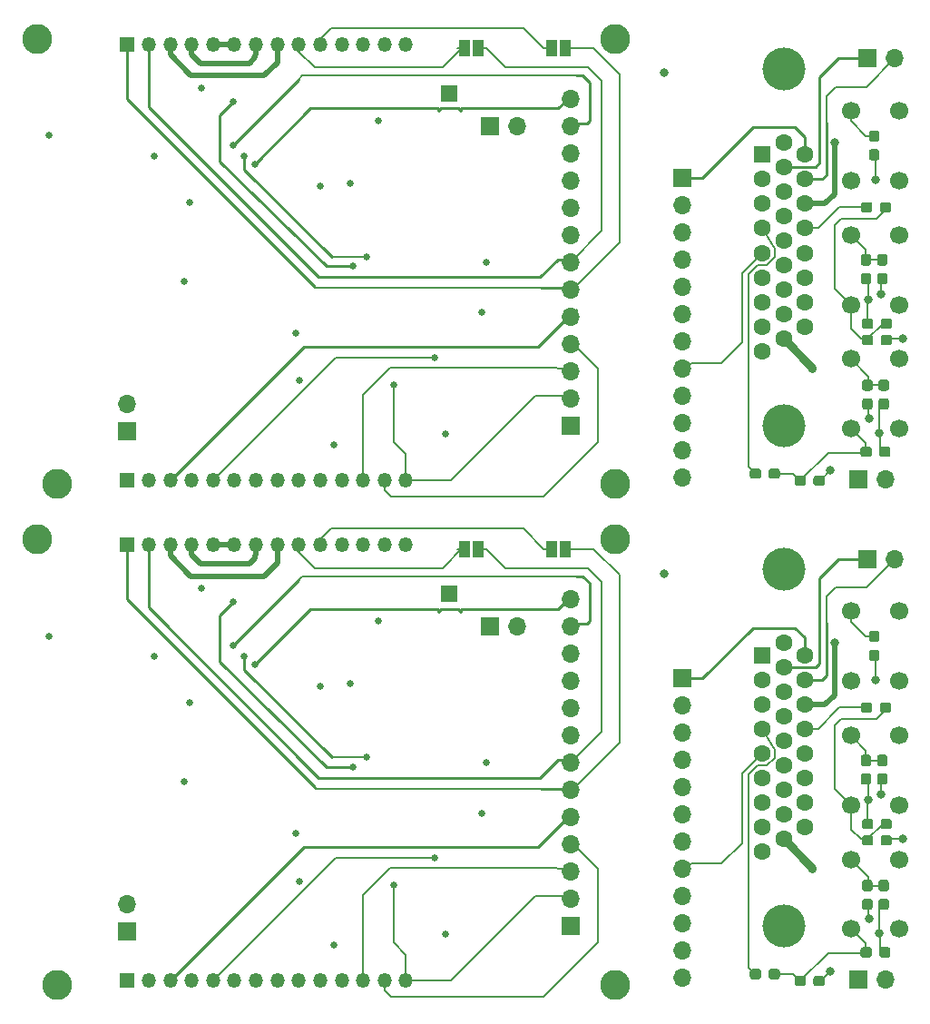
<source format=gbl>
G04 #@! TF.GenerationSoftware,KiCad,Pcbnew,(5.1.0-0)*
G04 #@! TF.CreationDate,2019-04-23T20:45:17+03:00*
G04 #@! TF.ProjectId,panel,70616e65-6c2e-46b6-9963-61645f706362,1.0*
G04 #@! TF.SameCoordinates,Original*
G04 #@! TF.FileFunction,Copper,L4,Bot*
G04 #@! TF.FilePolarity,Positive*
%FSLAX46Y46*%
G04 Gerber Fmt 4.6, Leading zero omitted, Abs format (unit mm)*
G04 Created by KiCad (PCBNEW (5.1.0-0)) date 2019-04-23 20:45:17*
%MOMM*%
%LPD*%
G04 APERTURE LIST*
%ADD10R,1.000000X1.500000*%
%ADD11R,1.500000X1.500000*%
%ADD12O,1.700000X1.700000*%
%ADD13R,1.700000X1.700000*%
%ADD14O,1.350000X1.350000*%
%ADD15R,1.350000X1.350000*%
%ADD16C,1.700000*%
%ADD17C,4.000000*%
%ADD18C,1.600000*%
%ADD19R,1.600000X1.600000*%
%ADD20C,0.100000*%
%ADD21C,0.950000*%
%ADD22C,2.800000*%
%ADD23C,0.635000*%
%ADD24C,0.800000*%
%ADD25C,0.203300*%
%ADD26C,0.500000*%
%ADD27C,0.203200*%
%ADD28C,0.250000*%
%ADD29C,0.800000*%
G04 APERTURE END LIST*
D10*
X155351000Y-76581000D03*
X154051000Y-76581000D03*
X163464000Y-76581000D03*
X162164000Y-76581000D03*
D11*
X152654000Y-80772000D03*
D12*
X163957000Y-81280000D03*
X163957000Y-83820000D03*
X163957000Y-86360000D03*
X163957000Y-88900000D03*
X163957000Y-91440000D03*
X163957000Y-93980000D03*
X163957000Y-96520000D03*
X163957000Y-99060000D03*
X163957000Y-101600000D03*
X163957000Y-104140000D03*
X163957000Y-106680000D03*
X163957000Y-109220000D03*
D13*
X163957000Y-111760000D03*
D12*
X122555000Y-109728000D03*
D13*
X122555000Y-112268000D03*
D12*
X159004000Y-83820000D03*
D13*
X156464000Y-83820000D03*
D14*
X148589000Y-76200000D03*
X140589000Y-76200000D03*
X134589000Y-76200000D03*
X144589000Y-76200000D03*
X132589000Y-76200000D03*
X146589000Y-76200000D03*
X142589000Y-76200000D03*
X124589000Y-76200000D03*
D15*
X122589000Y-76200000D03*
D14*
X130589000Y-76200000D03*
X126589000Y-76200000D03*
X138589000Y-76200000D03*
X128589000Y-76200000D03*
X136589000Y-76200000D03*
X148589000Y-116840000D03*
X146589000Y-116840000D03*
X144589000Y-116840000D03*
X142589000Y-116840000D03*
X140589000Y-116840000D03*
X138589000Y-116840000D03*
X136589000Y-116840000D03*
X134589000Y-116840000D03*
X132589000Y-116840000D03*
X130589000Y-116840000D03*
X128589000Y-116840000D03*
X126589000Y-116840000D03*
X124589000Y-116840000D03*
D15*
X122589000Y-116840000D03*
D10*
X155351000Y-29908500D03*
X154051000Y-29908500D03*
X163464000Y-29908500D03*
X162164000Y-29908500D03*
D11*
X152654000Y-34099500D03*
D12*
X163957000Y-34607500D03*
X163957000Y-37147500D03*
X163957000Y-39687500D03*
X163957000Y-42227500D03*
X163957000Y-44767500D03*
X163957000Y-47307500D03*
X163957000Y-49847500D03*
X163957000Y-52387500D03*
X163957000Y-54927500D03*
X163957000Y-57467500D03*
X163957000Y-60007500D03*
X163957000Y-62547500D03*
D13*
X163957000Y-65087500D03*
D12*
X122555000Y-63055500D03*
D13*
X122555000Y-65595500D03*
D12*
X159004000Y-37147500D03*
D13*
X156464000Y-37147500D03*
D14*
X148589000Y-29527500D03*
X140589000Y-29527500D03*
X134589000Y-29527500D03*
X144589000Y-29527500D03*
X132589000Y-29527500D03*
X146589000Y-29527500D03*
X142589000Y-29527500D03*
X124589000Y-29527500D03*
D15*
X122589000Y-29527500D03*
D14*
X130589000Y-29527500D03*
X126589000Y-29527500D03*
X138589000Y-29527500D03*
X128589000Y-29527500D03*
X136589000Y-29527500D03*
X148589000Y-70167500D03*
X146589000Y-70167500D03*
X144589000Y-70167500D03*
X142589000Y-70167500D03*
X140589000Y-70167500D03*
X138589000Y-70167500D03*
X136589000Y-70167500D03*
X134589000Y-70167500D03*
X132589000Y-70167500D03*
X130589000Y-70167500D03*
X128589000Y-70167500D03*
X126589000Y-70167500D03*
X124589000Y-70167500D03*
D15*
X122589000Y-70167500D03*
D12*
X194208400Y-30848300D03*
D13*
X191668400Y-30848300D03*
D12*
X193370200Y-70091300D03*
D13*
X190830200Y-70091300D03*
D12*
X174371000Y-69913500D03*
X174371000Y-67373500D03*
X174371000Y-64833500D03*
X174371000Y-62293500D03*
X174371000Y-59753500D03*
X174371000Y-57213500D03*
X174371000Y-54673500D03*
X174371000Y-52133500D03*
X174371000Y-49593500D03*
X174371000Y-47053500D03*
X174371000Y-44513500D03*
D13*
X174371000Y-41973500D03*
D16*
X190119000Y-42202100D03*
X190119000Y-35702100D03*
X194619000Y-42202100D03*
X194619000Y-35702100D03*
X190119000Y-53809900D03*
X190119000Y-47309900D03*
X194619000Y-53809900D03*
X194619000Y-47309900D03*
X190119000Y-65366900D03*
X190119000Y-58866900D03*
X194619000Y-65366900D03*
X194619000Y-58866900D03*
D17*
X183844000Y-65089500D03*
X183844000Y-31789500D03*
D18*
X185824000Y-55844500D03*
X185824000Y-53554500D03*
X185824000Y-51264500D03*
X185824000Y-48974500D03*
X185824000Y-46684500D03*
X185824000Y-44394500D03*
X185824000Y-42104500D03*
X185824000Y-39814500D03*
X183844000Y-56989500D03*
X183844000Y-54699500D03*
X183844000Y-52409500D03*
X183844000Y-50119500D03*
X183844000Y-47829500D03*
X183844000Y-45539500D03*
X183844000Y-43249500D03*
X183844000Y-40959500D03*
X183844000Y-38669500D03*
X181864000Y-58134500D03*
X181864000Y-55844500D03*
X181864000Y-53554500D03*
X181864000Y-51264500D03*
X181864000Y-48974500D03*
X181864000Y-46684500D03*
X181864000Y-44394500D03*
X181864000Y-42104500D03*
D19*
X181864000Y-39814500D03*
D20*
G36*
X193641579Y-44242844D02*
G01*
X193664634Y-44246263D01*
X193687243Y-44251927D01*
X193709187Y-44259779D01*
X193730257Y-44269744D01*
X193750248Y-44281726D01*
X193768968Y-44295610D01*
X193786238Y-44311262D01*
X193801890Y-44328532D01*
X193815774Y-44347252D01*
X193827756Y-44367243D01*
X193837721Y-44388313D01*
X193845573Y-44410257D01*
X193851237Y-44432866D01*
X193854656Y-44455921D01*
X193855800Y-44479200D01*
X193855800Y-44954200D01*
X193854656Y-44977479D01*
X193851237Y-45000534D01*
X193845573Y-45023143D01*
X193837721Y-45045087D01*
X193827756Y-45066157D01*
X193815774Y-45086148D01*
X193801890Y-45104868D01*
X193786238Y-45122138D01*
X193768968Y-45137790D01*
X193750248Y-45151674D01*
X193730257Y-45163656D01*
X193709187Y-45173621D01*
X193687243Y-45181473D01*
X193664634Y-45187137D01*
X193641579Y-45190556D01*
X193618300Y-45191700D01*
X193043300Y-45191700D01*
X193020021Y-45190556D01*
X192996966Y-45187137D01*
X192974357Y-45181473D01*
X192952413Y-45173621D01*
X192931343Y-45163656D01*
X192911352Y-45151674D01*
X192892632Y-45137790D01*
X192875362Y-45122138D01*
X192859710Y-45104868D01*
X192845826Y-45086148D01*
X192833844Y-45066157D01*
X192823879Y-45045087D01*
X192816027Y-45023143D01*
X192810363Y-45000534D01*
X192806944Y-44977479D01*
X192805800Y-44954200D01*
X192805800Y-44479200D01*
X192806944Y-44455921D01*
X192810363Y-44432866D01*
X192816027Y-44410257D01*
X192823879Y-44388313D01*
X192833844Y-44367243D01*
X192845826Y-44347252D01*
X192859710Y-44328532D01*
X192875362Y-44311262D01*
X192892632Y-44295610D01*
X192911352Y-44281726D01*
X192931343Y-44269744D01*
X192952413Y-44259779D01*
X192974357Y-44251927D01*
X192996966Y-44246263D01*
X193020021Y-44242844D01*
X193043300Y-44241700D01*
X193618300Y-44241700D01*
X193641579Y-44242844D01*
X193641579Y-44242844D01*
G37*
D21*
X193330800Y-44716700D03*
D20*
G36*
X191891579Y-44242844D02*
G01*
X191914634Y-44246263D01*
X191937243Y-44251927D01*
X191959187Y-44259779D01*
X191980257Y-44269744D01*
X192000248Y-44281726D01*
X192018968Y-44295610D01*
X192036238Y-44311262D01*
X192051890Y-44328532D01*
X192065774Y-44347252D01*
X192077756Y-44367243D01*
X192087721Y-44388313D01*
X192095573Y-44410257D01*
X192101237Y-44432866D01*
X192104656Y-44455921D01*
X192105800Y-44479200D01*
X192105800Y-44954200D01*
X192104656Y-44977479D01*
X192101237Y-45000534D01*
X192095573Y-45023143D01*
X192087721Y-45045087D01*
X192077756Y-45066157D01*
X192065774Y-45086148D01*
X192051890Y-45104868D01*
X192036238Y-45122138D01*
X192018968Y-45137790D01*
X192000248Y-45151674D01*
X191980257Y-45163656D01*
X191959187Y-45173621D01*
X191937243Y-45181473D01*
X191914634Y-45187137D01*
X191891579Y-45190556D01*
X191868300Y-45191700D01*
X191293300Y-45191700D01*
X191270021Y-45190556D01*
X191246966Y-45187137D01*
X191224357Y-45181473D01*
X191202413Y-45173621D01*
X191181343Y-45163656D01*
X191161352Y-45151674D01*
X191142632Y-45137790D01*
X191125362Y-45122138D01*
X191109710Y-45104868D01*
X191095826Y-45086148D01*
X191083844Y-45066157D01*
X191073879Y-45045087D01*
X191066027Y-45023143D01*
X191060363Y-45000534D01*
X191056944Y-44977479D01*
X191055800Y-44954200D01*
X191055800Y-44479200D01*
X191056944Y-44455921D01*
X191060363Y-44432866D01*
X191066027Y-44410257D01*
X191073879Y-44388313D01*
X191083844Y-44367243D01*
X191095826Y-44347252D01*
X191109710Y-44328532D01*
X191125362Y-44311262D01*
X191142632Y-44295610D01*
X191161352Y-44281726D01*
X191181343Y-44269744D01*
X191202413Y-44259779D01*
X191224357Y-44251927D01*
X191246966Y-44246263D01*
X191270021Y-44242844D01*
X191293300Y-44241700D01*
X191868300Y-44241700D01*
X191891579Y-44242844D01*
X191891579Y-44242844D01*
G37*
D21*
X191580800Y-44716700D03*
D20*
G36*
X183265679Y-69096744D02*
G01*
X183288734Y-69100163D01*
X183311343Y-69105827D01*
X183333287Y-69113679D01*
X183354357Y-69123644D01*
X183374348Y-69135626D01*
X183393068Y-69149510D01*
X183410338Y-69165162D01*
X183425990Y-69182432D01*
X183439874Y-69201152D01*
X183451856Y-69221143D01*
X183461821Y-69242213D01*
X183469673Y-69264157D01*
X183475337Y-69286766D01*
X183478756Y-69309821D01*
X183479900Y-69333100D01*
X183479900Y-69808100D01*
X183478756Y-69831379D01*
X183475337Y-69854434D01*
X183469673Y-69877043D01*
X183461821Y-69898987D01*
X183451856Y-69920057D01*
X183439874Y-69940048D01*
X183425990Y-69958768D01*
X183410338Y-69976038D01*
X183393068Y-69991690D01*
X183374348Y-70005574D01*
X183354357Y-70017556D01*
X183333287Y-70027521D01*
X183311343Y-70035373D01*
X183288734Y-70041037D01*
X183265679Y-70044456D01*
X183242400Y-70045600D01*
X182667400Y-70045600D01*
X182644121Y-70044456D01*
X182621066Y-70041037D01*
X182598457Y-70035373D01*
X182576513Y-70027521D01*
X182555443Y-70017556D01*
X182535452Y-70005574D01*
X182516732Y-69991690D01*
X182499462Y-69976038D01*
X182483810Y-69958768D01*
X182469926Y-69940048D01*
X182457944Y-69920057D01*
X182447979Y-69898987D01*
X182440127Y-69877043D01*
X182434463Y-69854434D01*
X182431044Y-69831379D01*
X182429900Y-69808100D01*
X182429900Y-69333100D01*
X182431044Y-69309821D01*
X182434463Y-69286766D01*
X182440127Y-69264157D01*
X182447979Y-69242213D01*
X182457944Y-69221143D01*
X182469926Y-69201152D01*
X182483810Y-69182432D01*
X182499462Y-69165162D01*
X182516732Y-69149510D01*
X182535452Y-69135626D01*
X182555443Y-69123644D01*
X182576513Y-69113679D01*
X182598457Y-69105827D01*
X182621066Y-69100163D01*
X182644121Y-69096744D01*
X182667400Y-69095600D01*
X183242400Y-69095600D01*
X183265679Y-69096744D01*
X183265679Y-69096744D01*
G37*
D21*
X182954900Y-69570600D03*
D20*
G36*
X181515679Y-69096744D02*
G01*
X181538734Y-69100163D01*
X181561343Y-69105827D01*
X181583287Y-69113679D01*
X181604357Y-69123644D01*
X181624348Y-69135626D01*
X181643068Y-69149510D01*
X181660338Y-69165162D01*
X181675990Y-69182432D01*
X181689874Y-69201152D01*
X181701856Y-69221143D01*
X181711821Y-69242213D01*
X181719673Y-69264157D01*
X181725337Y-69286766D01*
X181728756Y-69309821D01*
X181729900Y-69333100D01*
X181729900Y-69808100D01*
X181728756Y-69831379D01*
X181725337Y-69854434D01*
X181719673Y-69877043D01*
X181711821Y-69898987D01*
X181701856Y-69920057D01*
X181689874Y-69940048D01*
X181675990Y-69958768D01*
X181660338Y-69976038D01*
X181643068Y-69991690D01*
X181624348Y-70005574D01*
X181604357Y-70017556D01*
X181583287Y-70027521D01*
X181561343Y-70035373D01*
X181538734Y-70041037D01*
X181515679Y-70044456D01*
X181492400Y-70045600D01*
X180917400Y-70045600D01*
X180894121Y-70044456D01*
X180871066Y-70041037D01*
X180848457Y-70035373D01*
X180826513Y-70027521D01*
X180805443Y-70017556D01*
X180785452Y-70005574D01*
X180766732Y-69991690D01*
X180749462Y-69976038D01*
X180733810Y-69958768D01*
X180719926Y-69940048D01*
X180707944Y-69920057D01*
X180697979Y-69898987D01*
X180690127Y-69877043D01*
X180684463Y-69854434D01*
X180681044Y-69831379D01*
X180679900Y-69808100D01*
X180679900Y-69333100D01*
X180681044Y-69309821D01*
X180684463Y-69286766D01*
X180690127Y-69264157D01*
X180697979Y-69242213D01*
X180707944Y-69221143D01*
X180719926Y-69201152D01*
X180733810Y-69182432D01*
X180749462Y-69165162D01*
X180766732Y-69149510D01*
X180785452Y-69135626D01*
X180805443Y-69123644D01*
X180826513Y-69113679D01*
X180848457Y-69105827D01*
X180871066Y-69100163D01*
X180894121Y-69096744D01*
X180917400Y-69095600D01*
X181492400Y-69095600D01*
X181515679Y-69096744D01*
X181515679Y-69096744D01*
G37*
D21*
X181204900Y-69570600D03*
D20*
G36*
X192538779Y-37552044D02*
G01*
X192561834Y-37555463D01*
X192584443Y-37561127D01*
X192606387Y-37568979D01*
X192627457Y-37578944D01*
X192647448Y-37590926D01*
X192666168Y-37604810D01*
X192683438Y-37620462D01*
X192699090Y-37637732D01*
X192712974Y-37656452D01*
X192724956Y-37676443D01*
X192734921Y-37697513D01*
X192742773Y-37719457D01*
X192748437Y-37742066D01*
X192751856Y-37765121D01*
X192753000Y-37788400D01*
X192753000Y-38363400D01*
X192751856Y-38386679D01*
X192748437Y-38409734D01*
X192742773Y-38432343D01*
X192734921Y-38454287D01*
X192724956Y-38475357D01*
X192712974Y-38495348D01*
X192699090Y-38514068D01*
X192683438Y-38531338D01*
X192666168Y-38546990D01*
X192647448Y-38560874D01*
X192627457Y-38572856D01*
X192606387Y-38582821D01*
X192584443Y-38590673D01*
X192561834Y-38596337D01*
X192538779Y-38599756D01*
X192515500Y-38600900D01*
X192040500Y-38600900D01*
X192017221Y-38599756D01*
X191994166Y-38596337D01*
X191971557Y-38590673D01*
X191949613Y-38582821D01*
X191928543Y-38572856D01*
X191908552Y-38560874D01*
X191889832Y-38546990D01*
X191872562Y-38531338D01*
X191856910Y-38514068D01*
X191843026Y-38495348D01*
X191831044Y-38475357D01*
X191821079Y-38454287D01*
X191813227Y-38432343D01*
X191807563Y-38409734D01*
X191804144Y-38386679D01*
X191803000Y-38363400D01*
X191803000Y-37788400D01*
X191804144Y-37765121D01*
X191807563Y-37742066D01*
X191813227Y-37719457D01*
X191821079Y-37697513D01*
X191831044Y-37676443D01*
X191843026Y-37656452D01*
X191856910Y-37637732D01*
X191872562Y-37620462D01*
X191889832Y-37604810D01*
X191908552Y-37590926D01*
X191928543Y-37578944D01*
X191949613Y-37568979D01*
X191971557Y-37561127D01*
X191994166Y-37555463D01*
X192017221Y-37552044D01*
X192040500Y-37550900D01*
X192515500Y-37550900D01*
X192538779Y-37552044D01*
X192538779Y-37552044D01*
G37*
D21*
X192278000Y-38075900D03*
D20*
G36*
X192538779Y-39302044D02*
G01*
X192561834Y-39305463D01*
X192584443Y-39311127D01*
X192606387Y-39318979D01*
X192627457Y-39328944D01*
X192647448Y-39340926D01*
X192666168Y-39354810D01*
X192683438Y-39370462D01*
X192699090Y-39387732D01*
X192712974Y-39406452D01*
X192724956Y-39426443D01*
X192734921Y-39447513D01*
X192742773Y-39469457D01*
X192748437Y-39492066D01*
X192751856Y-39515121D01*
X192753000Y-39538400D01*
X192753000Y-40113400D01*
X192751856Y-40136679D01*
X192748437Y-40159734D01*
X192742773Y-40182343D01*
X192734921Y-40204287D01*
X192724956Y-40225357D01*
X192712974Y-40245348D01*
X192699090Y-40264068D01*
X192683438Y-40281338D01*
X192666168Y-40296990D01*
X192647448Y-40310874D01*
X192627457Y-40322856D01*
X192606387Y-40332821D01*
X192584443Y-40340673D01*
X192561834Y-40346337D01*
X192538779Y-40349756D01*
X192515500Y-40350900D01*
X192040500Y-40350900D01*
X192017221Y-40349756D01*
X191994166Y-40346337D01*
X191971557Y-40340673D01*
X191949613Y-40332821D01*
X191928543Y-40322856D01*
X191908552Y-40310874D01*
X191889832Y-40296990D01*
X191872562Y-40281338D01*
X191856910Y-40264068D01*
X191843026Y-40245348D01*
X191831044Y-40225357D01*
X191821079Y-40204287D01*
X191813227Y-40182343D01*
X191807563Y-40159734D01*
X191804144Y-40136679D01*
X191803000Y-40113400D01*
X191803000Y-39538400D01*
X191804144Y-39515121D01*
X191807563Y-39492066D01*
X191813227Y-39469457D01*
X191821079Y-39447513D01*
X191831044Y-39426443D01*
X191843026Y-39406452D01*
X191856910Y-39387732D01*
X191872562Y-39370462D01*
X191889832Y-39354810D01*
X191908552Y-39340926D01*
X191928543Y-39328944D01*
X191949613Y-39318979D01*
X191971557Y-39311127D01*
X191994166Y-39305463D01*
X192017221Y-39302044D01*
X192040500Y-39300900D01*
X192515500Y-39300900D01*
X192538779Y-39302044D01*
X192538779Y-39302044D01*
G37*
D21*
X192278000Y-39825900D03*
D20*
G36*
X193300779Y-49109044D02*
G01*
X193323834Y-49112463D01*
X193346443Y-49118127D01*
X193368387Y-49125979D01*
X193389457Y-49135944D01*
X193409448Y-49147926D01*
X193428168Y-49161810D01*
X193445438Y-49177462D01*
X193461090Y-49194732D01*
X193474974Y-49213452D01*
X193486956Y-49233443D01*
X193496921Y-49254513D01*
X193504773Y-49276457D01*
X193510437Y-49299066D01*
X193513856Y-49322121D01*
X193515000Y-49345400D01*
X193515000Y-49920400D01*
X193513856Y-49943679D01*
X193510437Y-49966734D01*
X193504773Y-49989343D01*
X193496921Y-50011287D01*
X193486956Y-50032357D01*
X193474974Y-50052348D01*
X193461090Y-50071068D01*
X193445438Y-50088338D01*
X193428168Y-50103990D01*
X193409448Y-50117874D01*
X193389457Y-50129856D01*
X193368387Y-50139821D01*
X193346443Y-50147673D01*
X193323834Y-50153337D01*
X193300779Y-50156756D01*
X193277500Y-50157900D01*
X192802500Y-50157900D01*
X192779221Y-50156756D01*
X192756166Y-50153337D01*
X192733557Y-50147673D01*
X192711613Y-50139821D01*
X192690543Y-50129856D01*
X192670552Y-50117874D01*
X192651832Y-50103990D01*
X192634562Y-50088338D01*
X192618910Y-50071068D01*
X192605026Y-50052348D01*
X192593044Y-50032357D01*
X192583079Y-50011287D01*
X192575227Y-49989343D01*
X192569563Y-49966734D01*
X192566144Y-49943679D01*
X192565000Y-49920400D01*
X192565000Y-49345400D01*
X192566144Y-49322121D01*
X192569563Y-49299066D01*
X192575227Y-49276457D01*
X192583079Y-49254513D01*
X192593044Y-49233443D01*
X192605026Y-49213452D01*
X192618910Y-49194732D01*
X192634562Y-49177462D01*
X192651832Y-49161810D01*
X192670552Y-49147926D01*
X192690543Y-49135944D01*
X192711613Y-49125979D01*
X192733557Y-49118127D01*
X192756166Y-49112463D01*
X192779221Y-49109044D01*
X192802500Y-49107900D01*
X193277500Y-49107900D01*
X193300779Y-49109044D01*
X193300779Y-49109044D01*
G37*
D21*
X193040000Y-49632900D03*
D20*
G36*
X193300779Y-50859044D02*
G01*
X193323834Y-50862463D01*
X193346443Y-50868127D01*
X193368387Y-50875979D01*
X193389457Y-50885944D01*
X193409448Y-50897926D01*
X193428168Y-50911810D01*
X193445438Y-50927462D01*
X193461090Y-50944732D01*
X193474974Y-50963452D01*
X193486956Y-50983443D01*
X193496921Y-51004513D01*
X193504773Y-51026457D01*
X193510437Y-51049066D01*
X193513856Y-51072121D01*
X193515000Y-51095400D01*
X193515000Y-51670400D01*
X193513856Y-51693679D01*
X193510437Y-51716734D01*
X193504773Y-51739343D01*
X193496921Y-51761287D01*
X193486956Y-51782357D01*
X193474974Y-51802348D01*
X193461090Y-51821068D01*
X193445438Y-51838338D01*
X193428168Y-51853990D01*
X193409448Y-51867874D01*
X193389457Y-51879856D01*
X193368387Y-51889821D01*
X193346443Y-51897673D01*
X193323834Y-51903337D01*
X193300779Y-51906756D01*
X193277500Y-51907900D01*
X192802500Y-51907900D01*
X192779221Y-51906756D01*
X192756166Y-51903337D01*
X192733557Y-51897673D01*
X192711613Y-51889821D01*
X192690543Y-51879856D01*
X192670552Y-51867874D01*
X192651832Y-51853990D01*
X192634562Y-51838338D01*
X192618910Y-51821068D01*
X192605026Y-51802348D01*
X192593044Y-51782357D01*
X192583079Y-51761287D01*
X192575227Y-51739343D01*
X192569563Y-51716734D01*
X192566144Y-51693679D01*
X192565000Y-51670400D01*
X192565000Y-51095400D01*
X192566144Y-51072121D01*
X192569563Y-51049066D01*
X192575227Y-51026457D01*
X192583079Y-51004513D01*
X192593044Y-50983443D01*
X192605026Y-50963452D01*
X192618910Y-50944732D01*
X192634562Y-50927462D01*
X192651832Y-50911810D01*
X192670552Y-50897926D01*
X192690543Y-50885944D01*
X192711613Y-50875979D01*
X192733557Y-50868127D01*
X192756166Y-50862463D01*
X192779221Y-50859044D01*
X192802500Y-50857900D01*
X193277500Y-50857900D01*
X193300779Y-50859044D01*
X193300779Y-50859044D01*
G37*
D21*
X193040000Y-51382900D03*
D20*
G36*
X191776779Y-50859044D02*
G01*
X191799834Y-50862463D01*
X191822443Y-50868127D01*
X191844387Y-50875979D01*
X191865457Y-50885944D01*
X191885448Y-50897926D01*
X191904168Y-50911810D01*
X191921438Y-50927462D01*
X191937090Y-50944732D01*
X191950974Y-50963452D01*
X191962956Y-50983443D01*
X191972921Y-51004513D01*
X191980773Y-51026457D01*
X191986437Y-51049066D01*
X191989856Y-51072121D01*
X191991000Y-51095400D01*
X191991000Y-51670400D01*
X191989856Y-51693679D01*
X191986437Y-51716734D01*
X191980773Y-51739343D01*
X191972921Y-51761287D01*
X191962956Y-51782357D01*
X191950974Y-51802348D01*
X191937090Y-51821068D01*
X191921438Y-51838338D01*
X191904168Y-51853990D01*
X191885448Y-51867874D01*
X191865457Y-51879856D01*
X191844387Y-51889821D01*
X191822443Y-51897673D01*
X191799834Y-51903337D01*
X191776779Y-51906756D01*
X191753500Y-51907900D01*
X191278500Y-51907900D01*
X191255221Y-51906756D01*
X191232166Y-51903337D01*
X191209557Y-51897673D01*
X191187613Y-51889821D01*
X191166543Y-51879856D01*
X191146552Y-51867874D01*
X191127832Y-51853990D01*
X191110562Y-51838338D01*
X191094910Y-51821068D01*
X191081026Y-51802348D01*
X191069044Y-51782357D01*
X191059079Y-51761287D01*
X191051227Y-51739343D01*
X191045563Y-51716734D01*
X191042144Y-51693679D01*
X191041000Y-51670400D01*
X191041000Y-51095400D01*
X191042144Y-51072121D01*
X191045563Y-51049066D01*
X191051227Y-51026457D01*
X191059079Y-51004513D01*
X191069044Y-50983443D01*
X191081026Y-50963452D01*
X191094910Y-50944732D01*
X191110562Y-50927462D01*
X191127832Y-50911810D01*
X191146552Y-50897926D01*
X191166543Y-50885944D01*
X191187613Y-50875979D01*
X191209557Y-50868127D01*
X191232166Y-50862463D01*
X191255221Y-50859044D01*
X191278500Y-50857900D01*
X191753500Y-50857900D01*
X191776779Y-50859044D01*
X191776779Y-50859044D01*
G37*
D21*
X191516000Y-51382900D03*
D20*
G36*
X191776779Y-49109044D02*
G01*
X191799834Y-49112463D01*
X191822443Y-49118127D01*
X191844387Y-49125979D01*
X191865457Y-49135944D01*
X191885448Y-49147926D01*
X191904168Y-49161810D01*
X191921438Y-49177462D01*
X191937090Y-49194732D01*
X191950974Y-49213452D01*
X191962956Y-49233443D01*
X191972921Y-49254513D01*
X191980773Y-49276457D01*
X191986437Y-49299066D01*
X191989856Y-49322121D01*
X191991000Y-49345400D01*
X191991000Y-49920400D01*
X191989856Y-49943679D01*
X191986437Y-49966734D01*
X191980773Y-49989343D01*
X191972921Y-50011287D01*
X191962956Y-50032357D01*
X191950974Y-50052348D01*
X191937090Y-50071068D01*
X191921438Y-50088338D01*
X191904168Y-50103990D01*
X191885448Y-50117874D01*
X191865457Y-50129856D01*
X191844387Y-50139821D01*
X191822443Y-50147673D01*
X191799834Y-50153337D01*
X191776779Y-50156756D01*
X191753500Y-50157900D01*
X191278500Y-50157900D01*
X191255221Y-50156756D01*
X191232166Y-50153337D01*
X191209557Y-50147673D01*
X191187613Y-50139821D01*
X191166543Y-50129856D01*
X191146552Y-50117874D01*
X191127832Y-50103990D01*
X191110562Y-50088338D01*
X191094910Y-50071068D01*
X191081026Y-50052348D01*
X191069044Y-50032357D01*
X191059079Y-50011287D01*
X191051227Y-49989343D01*
X191045563Y-49966734D01*
X191042144Y-49943679D01*
X191041000Y-49920400D01*
X191041000Y-49345400D01*
X191042144Y-49322121D01*
X191045563Y-49299066D01*
X191051227Y-49276457D01*
X191059079Y-49254513D01*
X191069044Y-49233443D01*
X191081026Y-49213452D01*
X191094910Y-49194732D01*
X191110562Y-49177462D01*
X191127832Y-49161810D01*
X191146552Y-49147926D01*
X191166543Y-49135944D01*
X191187613Y-49125979D01*
X191209557Y-49118127D01*
X191232166Y-49112463D01*
X191255221Y-49109044D01*
X191278500Y-49107900D01*
X191753500Y-49107900D01*
X191776779Y-49109044D01*
X191776779Y-49109044D01*
G37*
D21*
X191516000Y-49632900D03*
D20*
G36*
X193427779Y-60793044D02*
G01*
X193450834Y-60796463D01*
X193473443Y-60802127D01*
X193495387Y-60809979D01*
X193516457Y-60819944D01*
X193536448Y-60831926D01*
X193555168Y-60845810D01*
X193572438Y-60861462D01*
X193588090Y-60878732D01*
X193601974Y-60897452D01*
X193613956Y-60917443D01*
X193623921Y-60938513D01*
X193631773Y-60960457D01*
X193637437Y-60983066D01*
X193640856Y-61006121D01*
X193642000Y-61029400D01*
X193642000Y-61604400D01*
X193640856Y-61627679D01*
X193637437Y-61650734D01*
X193631773Y-61673343D01*
X193623921Y-61695287D01*
X193613956Y-61716357D01*
X193601974Y-61736348D01*
X193588090Y-61755068D01*
X193572438Y-61772338D01*
X193555168Y-61787990D01*
X193536448Y-61801874D01*
X193516457Y-61813856D01*
X193495387Y-61823821D01*
X193473443Y-61831673D01*
X193450834Y-61837337D01*
X193427779Y-61840756D01*
X193404500Y-61841900D01*
X192929500Y-61841900D01*
X192906221Y-61840756D01*
X192883166Y-61837337D01*
X192860557Y-61831673D01*
X192838613Y-61823821D01*
X192817543Y-61813856D01*
X192797552Y-61801874D01*
X192778832Y-61787990D01*
X192761562Y-61772338D01*
X192745910Y-61755068D01*
X192732026Y-61736348D01*
X192720044Y-61716357D01*
X192710079Y-61695287D01*
X192702227Y-61673343D01*
X192696563Y-61650734D01*
X192693144Y-61627679D01*
X192692000Y-61604400D01*
X192692000Y-61029400D01*
X192693144Y-61006121D01*
X192696563Y-60983066D01*
X192702227Y-60960457D01*
X192710079Y-60938513D01*
X192720044Y-60917443D01*
X192732026Y-60897452D01*
X192745910Y-60878732D01*
X192761562Y-60861462D01*
X192778832Y-60845810D01*
X192797552Y-60831926D01*
X192817543Y-60819944D01*
X192838613Y-60809979D01*
X192860557Y-60802127D01*
X192883166Y-60796463D01*
X192906221Y-60793044D01*
X192929500Y-60791900D01*
X193404500Y-60791900D01*
X193427779Y-60793044D01*
X193427779Y-60793044D01*
G37*
D21*
X193167000Y-61316900D03*
D20*
G36*
X193427779Y-62543044D02*
G01*
X193450834Y-62546463D01*
X193473443Y-62552127D01*
X193495387Y-62559979D01*
X193516457Y-62569944D01*
X193536448Y-62581926D01*
X193555168Y-62595810D01*
X193572438Y-62611462D01*
X193588090Y-62628732D01*
X193601974Y-62647452D01*
X193613956Y-62667443D01*
X193623921Y-62688513D01*
X193631773Y-62710457D01*
X193637437Y-62733066D01*
X193640856Y-62756121D01*
X193642000Y-62779400D01*
X193642000Y-63354400D01*
X193640856Y-63377679D01*
X193637437Y-63400734D01*
X193631773Y-63423343D01*
X193623921Y-63445287D01*
X193613956Y-63466357D01*
X193601974Y-63486348D01*
X193588090Y-63505068D01*
X193572438Y-63522338D01*
X193555168Y-63537990D01*
X193536448Y-63551874D01*
X193516457Y-63563856D01*
X193495387Y-63573821D01*
X193473443Y-63581673D01*
X193450834Y-63587337D01*
X193427779Y-63590756D01*
X193404500Y-63591900D01*
X192929500Y-63591900D01*
X192906221Y-63590756D01*
X192883166Y-63587337D01*
X192860557Y-63581673D01*
X192838613Y-63573821D01*
X192817543Y-63563856D01*
X192797552Y-63551874D01*
X192778832Y-63537990D01*
X192761562Y-63522338D01*
X192745910Y-63505068D01*
X192732026Y-63486348D01*
X192720044Y-63466357D01*
X192710079Y-63445287D01*
X192702227Y-63423343D01*
X192696563Y-63400734D01*
X192693144Y-63377679D01*
X192692000Y-63354400D01*
X192692000Y-62779400D01*
X192693144Y-62756121D01*
X192696563Y-62733066D01*
X192702227Y-62710457D01*
X192710079Y-62688513D01*
X192720044Y-62667443D01*
X192732026Y-62647452D01*
X192745910Y-62628732D01*
X192761562Y-62611462D01*
X192778832Y-62595810D01*
X192797552Y-62581926D01*
X192817543Y-62569944D01*
X192838613Y-62559979D01*
X192860557Y-62552127D01*
X192883166Y-62546463D01*
X192906221Y-62543044D01*
X192929500Y-62541900D01*
X193404500Y-62541900D01*
X193427779Y-62543044D01*
X193427779Y-62543044D01*
G37*
D21*
X193167000Y-63066900D03*
D20*
G36*
X191903779Y-62543044D02*
G01*
X191926834Y-62546463D01*
X191949443Y-62552127D01*
X191971387Y-62559979D01*
X191992457Y-62569944D01*
X192012448Y-62581926D01*
X192031168Y-62595810D01*
X192048438Y-62611462D01*
X192064090Y-62628732D01*
X192077974Y-62647452D01*
X192089956Y-62667443D01*
X192099921Y-62688513D01*
X192107773Y-62710457D01*
X192113437Y-62733066D01*
X192116856Y-62756121D01*
X192118000Y-62779400D01*
X192118000Y-63354400D01*
X192116856Y-63377679D01*
X192113437Y-63400734D01*
X192107773Y-63423343D01*
X192099921Y-63445287D01*
X192089956Y-63466357D01*
X192077974Y-63486348D01*
X192064090Y-63505068D01*
X192048438Y-63522338D01*
X192031168Y-63537990D01*
X192012448Y-63551874D01*
X191992457Y-63563856D01*
X191971387Y-63573821D01*
X191949443Y-63581673D01*
X191926834Y-63587337D01*
X191903779Y-63590756D01*
X191880500Y-63591900D01*
X191405500Y-63591900D01*
X191382221Y-63590756D01*
X191359166Y-63587337D01*
X191336557Y-63581673D01*
X191314613Y-63573821D01*
X191293543Y-63563856D01*
X191273552Y-63551874D01*
X191254832Y-63537990D01*
X191237562Y-63522338D01*
X191221910Y-63505068D01*
X191208026Y-63486348D01*
X191196044Y-63466357D01*
X191186079Y-63445287D01*
X191178227Y-63423343D01*
X191172563Y-63400734D01*
X191169144Y-63377679D01*
X191168000Y-63354400D01*
X191168000Y-62779400D01*
X191169144Y-62756121D01*
X191172563Y-62733066D01*
X191178227Y-62710457D01*
X191186079Y-62688513D01*
X191196044Y-62667443D01*
X191208026Y-62647452D01*
X191221910Y-62628732D01*
X191237562Y-62611462D01*
X191254832Y-62595810D01*
X191273552Y-62581926D01*
X191293543Y-62569944D01*
X191314613Y-62559979D01*
X191336557Y-62552127D01*
X191359166Y-62546463D01*
X191382221Y-62543044D01*
X191405500Y-62541900D01*
X191880500Y-62541900D01*
X191903779Y-62543044D01*
X191903779Y-62543044D01*
G37*
D21*
X191643000Y-63066900D03*
D20*
G36*
X191903779Y-60793044D02*
G01*
X191926834Y-60796463D01*
X191949443Y-60802127D01*
X191971387Y-60809979D01*
X191992457Y-60819944D01*
X192012448Y-60831926D01*
X192031168Y-60845810D01*
X192048438Y-60861462D01*
X192064090Y-60878732D01*
X192077974Y-60897452D01*
X192089956Y-60917443D01*
X192099921Y-60938513D01*
X192107773Y-60960457D01*
X192113437Y-60983066D01*
X192116856Y-61006121D01*
X192118000Y-61029400D01*
X192118000Y-61604400D01*
X192116856Y-61627679D01*
X192113437Y-61650734D01*
X192107773Y-61673343D01*
X192099921Y-61695287D01*
X192089956Y-61716357D01*
X192077974Y-61736348D01*
X192064090Y-61755068D01*
X192048438Y-61772338D01*
X192031168Y-61787990D01*
X192012448Y-61801874D01*
X191992457Y-61813856D01*
X191971387Y-61823821D01*
X191949443Y-61831673D01*
X191926834Y-61837337D01*
X191903779Y-61840756D01*
X191880500Y-61841900D01*
X191405500Y-61841900D01*
X191382221Y-61840756D01*
X191359166Y-61837337D01*
X191336557Y-61831673D01*
X191314613Y-61823821D01*
X191293543Y-61813856D01*
X191273552Y-61801874D01*
X191254832Y-61787990D01*
X191237562Y-61772338D01*
X191221910Y-61755068D01*
X191208026Y-61736348D01*
X191196044Y-61716357D01*
X191186079Y-61695287D01*
X191178227Y-61673343D01*
X191172563Y-61650734D01*
X191169144Y-61627679D01*
X191168000Y-61604400D01*
X191168000Y-61029400D01*
X191169144Y-61006121D01*
X191172563Y-60983066D01*
X191178227Y-60960457D01*
X191186079Y-60938513D01*
X191196044Y-60917443D01*
X191208026Y-60897452D01*
X191221910Y-60878732D01*
X191237562Y-60861462D01*
X191254832Y-60845810D01*
X191273552Y-60831926D01*
X191293543Y-60819944D01*
X191314613Y-60809979D01*
X191336557Y-60802127D01*
X191359166Y-60796463D01*
X191382221Y-60793044D01*
X191405500Y-60791900D01*
X191880500Y-60791900D01*
X191903779Y-60793044D01*
X191903779Y-60793044D01*
G37*
D21*
X191643000Y-61316900D03*
D20*
G36*
X191967779Y-56638044D02*
G01*
X191990834Y-56641463D01*
X192013443Y-56647127D01*
X192035387Y-56654979D01*
X192056457Y-56664944D01*
X192076448Y-56676926D01*
X192095168Y-56690810D01*
X192112438Y-56706462D01*
X192128090Y-56723732D01*
X192141974Y-56742452D01*
X192153956Y-56762443D01*
X192163921Y-56783513D01*
X192171773Y-56805457D01*
X192177437Y-56828066D01*
X192180856Y-56851121D01*
X192182000Y-56874400D01*
X192182000Y-57349400D01*
X192180856Y-57372679D01*
X192177437Y-57395734D01*
X192171773Y-57418343D01*
X192163921Y-57440287D01*
X192153956Y-57461357D01*
X192141974Y-57481348D01*
X192128090Y-57500068D01*
X192112438Y-57517338D01*
X192095168Y-57532990D01*
X192076448Y-57546874D01*
X192056457Y-57558856D01*
X192035387Y-57568821D01*
X192013443Y-57576673D01*
X191990834Y-57582337D01*
X191967779Y-57585756D01*
X191944500Y-57586900D01*
X191369500Y-57586900D01*
X191346221Y-57585756D01*
X191323166Y-57582337D01*
X191300557Y-57576673D01*
X191278613Y-57568821D01*
X191257543Y-57558856D01*
X191237552Y-57546874D01*
X191218832Y-57532990D01*
X191201562Y-57517338D01*
X191185910Y-57500068D01*
X191172026Y-57481348D01*
X191160044Y-57461357D01*
X191150079Y-57440287D01*
X191142227Y-57418343D01*
X191136563Y-57395734D01*
X191133144Y-57372679D01*
X191132000Y-57349400D01*
X191132000Y-56874400D01*
X191133144Y-56851121D01*
X191136563Y-56828066D01*
X191142227Y-56805457D01*
X191150079Y-56783513D01*
X191160044Y-56762443D01*
X191172026Y-56742452D01*
X191185910Y-56723732D01*
X191201562Y-56706462D01*
X191218832Y-56690810D01*
X191237552Y-56676926D01*
X191257543Y-56664944D01*
X191278613Y-56654979D01*
X191300557Y-56647127D01*
X191323166Y-56641463D01*
X191346221Y-56638044D01*
X191369500Y-56636900D01*
X191944500Y-56636900D01*
X191967779Y-56638044D01*
X191967779Y-56638044D01*
G37*
D21*
X191657000Y-57111900D03*
D20*
G36*
X193717779Y-56638044D02*
G01*
X193740834Y-56641463D01*
X193763443Y-56647127D01*
X193785387Y-56654979D01*
X193806457Y-56664944D01*
X193826448Y-56676926D01*
X193845168Y-56690810D01*
X193862438Y-56706462D01*
X193878090Y-56723732D01*
X193891974Y-56742452D01*
X193903956Y-56762443D01*
X193913921Y-56783513D01*
X193921773Y-56805457D01*
X193927437Y-56828066D01*
X193930856Y-56851121D01*
X193932000Y-56874400D01*
X193932000Y-57349400D01*
X193930856Y-57372679D01*
X193927437Y-57395734D01*
X193921773Y-57418343D01*
X193913921Y-57440287D01*
X193903956Y-57461357D01*
X193891974Y-57481348D01*
X193878090Y-57500068D01*
X193862438Y-57517338D01*
X193845168Y-57532990D01*
X193826448Y-57546874D01*
X193806457Y-57558856D01*
X193785387Y-57568821D01*
X193763443Y-57576673D01*
X193740834Y-57582337D01*
X193717779Y-57585756D01*
X193694500Y-57586900D01*
X193119500Y-57586900D01*
X193096221Y-57585756D01*
X193073166Y-57582337D01*
X193050557Y-57576673D01*
X193028613Y-57568821D01*
X193007543Y-57558856D01*
X192987552Y-57546874D01*
X192968832Y-57532990D01*
X192951562Y-57517338D01*
X192935910Y-57500068D01*
X192922026Y-57481348D01*
X192910044Y-57461357D01*
X192900079Y-57440287D01*
X192892227Y-57418343D01*
X192886563Y-57395734D01*
X192883144Y-57372679D01*
X192882000Y-57349400D01*
X192882000Y-56874400D01*
X192883144Y-56851121D01*
X192886563Y-56828066D01*
X192892227Y-56805457D01*
X192900079Y-56783513D01*
X192910044Y-56762443D01*
X192922026Y-56742452D01*
X192935910Y-56723732D01*
X192951562Y-56706462D01*
X192968832Y-56690810D01*
X192987552Y-56676926D01*
X193007543Y-56664944D01*
X193028613Y-56654979D01*
X193050557Y-56647127D01*
X193073166Y-56641463D01*
X193096221Y-56638044D01*
X193119500Y-56636900D01*
X193694500Y-56636900D01*
X193717779Y-56638044D01*
X193717779Y-56638044D01*
G37*
D21*
X193407000Y-57111900D03*
D20*
G36*
X191967779Y-55114044D02*
G01*
X191990834Y-55117463D01*
X192013443Y-55123127D01*
X192035387Y-55130979D01*
X192056457Y-55140944D01*
X192076448Y-55152926D01*
X192095168Y-55166810D01*
X192112438Y-55182462D01*
X192128090Y-55199732D01*
X192141974Y-55218452D01*
X192153956Y-55238443D01*
X192163921Y-55259513D01*
X192171773Y-55281457D01*
X192177437Y-55304066D01*
X192180856Y-55327121D01*
X192182000Y-55350400D01*
X192182000Y-55825400D01*
X192180856Y-55848679D01*
X192177437Y-55871734D01*
X192171773Y-55894343D01*
X192163921Y-55916287D01*
X192153956Y-55937357D01*
X192141974Y-55957348D01*
X192128090Y-55976068D01*
X192112438Y-55993338D01*
X192095168Y-56008990D01*
X192076448Y-56022874D01*
X192056457Y-56034856D01*
X192035387Y-56044821D01*
X192013443Y-56052673D01*
X191990834Y-56058337D01*
X191967779Y-56061756D01*
X191944500Y-56062900D01*
X191369500Y-56062900D01*
X191346221Y-56061756D01*
X191323166Y-56058337D01*
X191300557Y-56052673D01*
X191278613Y-56044821D01*
X191257543Y-56034856D01*
X191237552Y-56022874D01*
X191218832Y-56008990D01*
X191201562Y-55993338D01*
X191185910Y-55976068D01*
X191172026Y-55957348D01*
X191160044Y-55937357D01*
X191150079Y-55916287D01*
X191142227Y-55894343D01*
X191136563Y-55871734D01*
X191133144Y-55848679D01*
X191132000Y-55825400D01*
X191132000Y-55350400D01*
X191133144Y-55327121D01*
X191136563Y-55304066D01*
X191142227Y-55281457D01*
X191150079Y-55259513D01*
X191160044Y-55238443D01*
X191172026Y-55218452D01*
X191185910Y-55199732D01*
X191201562Y-55182462D01*
X191218832Y-55166810D01*
X191237552Y-55152926D01*
X191257543Y-55140944D01*
X191278613Y-55130979D01*
X191300557Y-55123127D01*
X191323166Y-55117463D01*
X191346221Y-55114044D01*
X191369500Y-55112900D01*
X191944500Y-55112900D01*
X191967779Y-55114044D01*
X191967779Y-55114044D01*
G37*
D21*
X191657000Y-55587900D03*
D20*
G36*
X193717779Y-55114044D02*
G01*
X193740834Y-55117463D01*
X193763443Y-55123127D01*
X193785387Y-55130979D01*
X193806457Y-55140944D01*
X193826448Y-55152926D01*
X193845168Y-55166810D01*
X193862438Y-55182462D01*
X193878090Y-55199732D01*
X193891974Y-55218452D01*
X193903956Y-55238443D01*
X193913921Y-55259513D01*
X193921773Y-55281457D01*
X193927437Y-55304066D01*
X193930856Y-55327121D01*
X193932000Y-55350400D01*
X193932000Y-55825400D01*
X193930856Y-55848679D01*
X193927437Y-55871734D01*
X193921773Y-55894343D01*
X193913921Y-55916287D01*
X193903956Y-55937357D01*
X193891974Y-55957348D01*
X193878090Y-55976068D01*
X193862438Y-55993338D01*
X193845168Y-56008990D01*
X193826448Y-56022874D01*
X193806457Y-56034856D01*
X193785387Y-56044821D01*
X193763443Y-56052673D01*
X193740834Y-56058337D01*
X193717779Y-56061756D01*
X193694500Y-56062900D01*
X193119500Y-56062900D01*
X193096221Y-56061756D01*
X193073166Y-56058337D01*
X193050557Y-56052673D01*
X193028613Y-56044821D01*
X193007543Y-56034856D01*
X192987552Y-56022874D01*
X192968832Y-56008990D01*
X192951562Y-55993338D01*
X192935910Y-55976068D01*
X192922026Y-55957348D01*
X192910044Y-55937357D01*
X192900079Y-55916287D01*
X192892227Y-55894343D01*
X192886563Y-55871734D01*
X192883144Y-55848679D01*
X192882000Y-55825400D01*
X192882000Y-55350400D01*
X192883144Y-55327121D01*
X192886563Y-55304066D01*
X192892227Y-55281457D01*
X192900079Y-55259513D01*
X192910044Y-55238443D01*
X192922026Y-55218452D01*
X192935910Y-55199732D01*
X192951562Y-55182462D01*
X192968832Y-55166810D01*
X192987552Y-55152926D01*
X193007543Y-55140944D01*
X193028613Y-55130979D01*
X193050557Y-55123127D01*
X193073166Y-55117463D01*
X193096221Y-55114044D01*
X193119500Y-55112900D01*
X193694500Y-55112900D01*
X193717779Y-55114044D01*
X193717779Y-55114044D01*
G37*
D21*
X193407000Y-55587900D03*
D20*
G36*
X191840779Y-67064744D02*
G01*
X191863834Y-67068163D01*
X191886443Y-67073827D01*
X191908387Y-67081679D01*
X191929457Y-67091644D01*
X191949448Y-67103626D01*
X191968168Y-67117510D01*
X191985438Y-67133162D01*
X192001090Y-67150432D01*
X192014974Y-67169152D01*
X192026956Y-67189143D01*
X192036921Y-67210213D01*
X192044773Y-67232157D01*
X192050437Y-67254766D01*
X192053856Y-67277821D01*
X192055000Y-67301100D01*
X192055000Y-67776100D01*
X192053856Y-67799379D01*
X192050437Y-67822434D01*
X192044773Y-67845043D01*
X192036921Y-67866987D01*
X192026956Y-67888057D01*
X192014974Y-67908048D01*
X192001090Y-67926768D01*
X191985438Y-67944038D01*
X191968168Y-67959690D01*
X191949448Y-67973574D01*
X191929457Y-67985556D01*
X191908387Y-67995521D01*
X191886443Y-68003373D01*
X191863834Y-68009037D01*
X191840779Y-68012456D01*
X191817500Y-68013600D01*
X191242500Y-68013600D01*
X191219221Y-68012456D01*
X191196166Y-68009037D01*
X191173557Y-68003373D01*
X191151613Y-67995521D01*
X191130543Y-67985556D01*
X191110552Y-67973574D01*
X191091832Y-67959690D01*
X191074562Y-67944038D01*
X191058910Y-67926768D01*
X191045026Y-67908048D01*
X191033044Y-67888057D01*
X191023079Y-67866987D01*
X191015227Y-67845043D01*
X191009563Y-67822434D01*
X191006144Y-67799379D01*
X191005000Y-67776100D01*
X191005000Y-67301100D01*
X191006144Y-67277821D01*
X191009563Y-67254766D01*
X191015227Y-67232157D01*
X191023079Y-67210213D01*
X191033044Y-67189143D01*
X191045026Y-67169152D01*
X191058910Y-67150432D01*
X191074562Y-67133162D01*
X191091832Y-67117510D01*
X191110552Y-67103626D01*
X191130543Y-67091644D01*
X191151613Y-67081679D01*
X191173557Y-67073827D01*
X191196166Y-67068163D01*
X191219221Y-67064744D01*
X191242500Y-67063600D01*
X191817500Y-67063600D01*
X191840779Y-67064744D01*
X191840779Y-67064744D01*
G37*
D21*
X191530000Y-67538600D03*
D20*
G36*
X193590779Y-67064744D02*
G01*
X193613834Y-67068163D01*
X193636443Y-67073827D01*
X193658387Y-67081679D01*
X193679457Y-67091644D01*
X193699448Y-67103626D01*
X193718168Y-67117510D01*
X193735438Y-67133162D01*
X193751090Y-67150432D01*
X193764974Y-67169152D01*
X193776956Y-67189143D01*
X193786921Y-67210213D01*
X193794773Y-67232157D01*
X193800437Y-67254766D01*
X193803856Y-67277821D01*
X193805000Y-67301100D01*
X193805000Y-67776100D01*
X193803856Y-67799379D01*
X193800437Y-67822434D01*
X193794773Y-67845043D01*
X193786921Y-67866987D01*
X193776956Y-67888057D01*
X193764974Y-67908048D01*
X193751090Y-67926768D01*
X193735438Y-67944038D01*
X193718168Y-67959690D01*
X193699448Y-67973574D01*
X193679457Y-67985556D01*
X193658387Y-67995521D01*
X193636443Y-68003373D01*
X193613834Y-68009037D01*
X193590779Y-68012456D01*
X193567500Y-68013600D01*
X192992500Y-68013600D01*
X192969221Y-68012456D01*
X192946166Y-68009037D01*
X192923557Y-68003373D01*
X192901613Y-67995521D01*
X192880543Y-67985556D01*
X192860552Y-67973574D01*
X192841832Y-67959690D01*
X192824562Y-67944038D01*
X192808910Y-67926768D01*
X192795026Y-67908048D01*
X192783044Y-67888057D01*
X192773079Y-67866987D01*
X192765227Y-67845043D01*
X192759563Y-67822434D01*
X192756144Y-67799379D01*
X192755000Y-67776100D01*
X192755000Y-67301100D01*
X192756144Y-67277821D01*
X192759563Y-67254766D01*
X192765227Y-67232157D01*
X192773079Y-67210213D01*
X192783044Y-67189143D01*
X192795026Y-67169152D01*
X192808910Y-67150432D01*
X192824562Y-67133162D01*
X192841832Y-67117510D01*
X192860552Y-67103626D01*
X192880543Y-67091644D01*
X192901613Y-67081679D01*
X192923557Y-67073827D01*
X192946166Y-67068163D01*
X192969221Y-67064744D01*
X192992500Y-67063600D01*
X193567500Y-67063600D01*
X193590779Y-67064744D01*
X193590779Y-67064744D01*
G37*
D21*
X193280000Y-67538600D03*
D20*
G36*
X187443979Y-69744444D02*
G01*
X187467034Y-69747863D01*
X187489643Y-69753527D01*
X187511587Y-69761379D01*
X187532657Y-69771344D01*
X187552648Y-69783326D01*
X187571368Y-69797210D01*
X187588638Y-69812862D01*
X187604290Y-69830132D01*
X187618174Y-69848852D01*
X187630156Y-69868843D01*
X187640121Y-69889913D01*
X187647973Y-69911857D01*
X187653637Y-69934466D01*
X187657056Y-69957521D01*
X187658200Y-69980800D01*
X187658200Y-70455800D01*
X187657056Y-70479079D01*
X187653637Y-70502134D01*
X187647973Y-70524743D01*
X187640121Y-70546687D01*
X187630156Y-70567757D01*
X187618174Y-70587748D01*
X187604290Y-70606468D01*
X187588638Y-70623738D01*
X187571368Y-70639390D01*
X187552648Y-70653274D01*
X187532657Y-70665256D01*
X187511587Y-70675221D01*
X187489643Y-70683073D01*
X187467034Y-70688737D01*
X187443979Y-70692156D01*
X187420700Y-70693300D01*
X186845700Y-70693300D01*
X186822421Y-70692156D01*
X186799366Y-70688737D01*
X186776757Y-70683073D01*
X186754813Y-70675221D01*
X186733743Y-70665256D01*
X186713752Y-70653274D01*
X186695032Y-70639390D01*
X186677762Y-70623738D01*
X186662110Y-70606468D01*
X186648226Y-70587748D01*
X186636244Y-70567757D01*
X186626279Y-70546687D01*
X186618427Y-70524743D01*
X186612763Y-70502134D01*
X186609344Y-70479079D01*
X186608200Y-70455800D01*
X186608200Y-69980800D01*
X186609344Y-69957521D01*
X186612763Y-69934466D01*
X186618427Y-69911857D01*
X186626279Y-69889913D01*
X186636244Y-69868843D01*
X186648226Y-69848852D01*
X186662110Y-69830132D01*
X186677762Y-69812862D01*
X186695032Y-69797210D01*
X186713752Y-69783326D01*
X186733743Y-69771344D01*
X186754813Y-69761379D01*
X186776757Y-69753527D01*
X186799366Y-69747863D01*
X186822421Y-69744444D01*
X186845700Y-69743300D01*
X187420700Y-69743300D01*
X187443979Y-69744444D01*
X187443979Y-69744444D01*
G37*
D21*
X187133200Y-70218300D03*
D20*
G36*
X185693979Y-69744444D02*
G01*
X185717034Y-69747863D01*
X185739643Y-69753527D01*
X185761587Y-69761379D01*
X185782657Y-69771344D01*
X185802648Y-69783326D01*
X185821368Y-69797210D01*
X185838638Y-69812862D01*
X185854290Y-69830132D01*
X185868174Y-69848852D01*
X185880156Y-69868843D01*
X185890121Y-69889913D01*
X185897973Y-69911857D01*
X185903637Y-69934466D01*
X185907056Y-69957521D01*
X185908200Y-69980800D01*
X185908200Y-70455800D01*
X185907056Y-70479079D01*
X185903637Y-70502134D01*
X185897973Y-70524743D01*
X185890121Y-70546687D01*
X185880156Y-70567757D01*
X185868174Y-70587748D01*
X185854290Y-70606468D01*
X185838638Y-70623738D01*
X185821368Y-70639390D01*
X185802648Y-70653274D01*
X185782657Y-70665256D01*
X185761587Y-70675221D01*
X185739643Y-70683073D01*
X185717034Y-70688737D01*
X185693979Y-70692156D01*
X185670700Y-70693300D01*
X185095700Y-70693300D01*
X185072421Y-70692156D01*
X185049366Y-70688737D01*
X185026757Y-70683073D01*
X185004813Y-70675221D01*
X184983743Y-70665256D01*
X184963752Y-70653274D01*
X184945032Y-70639390D01*
X184927762Y-70623738D01*
X184912110Y-70606468D01*
X184898226Y-70587748D01*
X184886244Y-70567757D01*
X184876279Y-70546687D01*
X184868427Y-70524743D01*
X184862763Y-70502134D01*
X184859344Y-70479079D01*
X184858200Y-70455800D01*
X184858200Y-69980800D01*
X184859344Y-69957521D01*
X184862763Y-69934466D01*
X184868427Y-69911857D01*
X184876279Y-69889913D01*
X184886244Y-69868843D01*
X184898226Y-69848852D01*
X184912110Y-69830132D01*
X184927762Y-69812862D01*
X184945032Y-69797210D01*
X184963752Y-69783326D01*
X184983743Y-69771344D01*
X185004813Y-69761379D01*
X185026757Y-69753527D01*
X185049366Y-69747863D01*
X185072421Y-69744444D01*
X185095700Y-69743300D01*
X185670700Y-69743300D01*
X185693979Y-69744444D01*
X185693979Y-69744444D01*
G37*
D21*
X185383200Y-70218300D03*
D12*
X194208400Y-77520800D03*
D13*
X191668400Y-77520800D03*
D12*
X193370200Y-116763800D03*
D13*
X190830200Y-116763800D03*
D12*
X174371000Y-116586000D03*
X174371000Y-114046000D03*
X174371000Y-111506000D03*
X174371000Y-108966000D03*
X174371000Y-106426000D03*
X174371000Y-103886000D03*
X174371000Y-101346000D03*
X174371000Y-98806000D03*
X174371000Y-96266000D03*
X174371000Y-93726000D03*
X174371000Y-91186000D03*
D13*
X174371000Y-88646000D03*
D16*
X190119000Y-88874600D03*
X190119000Y-82374600D03*
X194619000Y-88874600D03*
X194619000Y-82374600D03*
X190119000Y-100482400D03*
X190119000Y-93982400D03*
X194619000Y-100482400D03*
X194619000Y-93982400D03*
X190119000Y-112039400D03*
X190119000Y-105539400D03*
X194619000Y-112039400D03*
X194619000Y-105539400D03*
D17*
X183844000Y-111762000D03*
X183844000Y-78462000D03*
D18*
X185824000Y-102517000D03*
X185824000Y-100227000D03*
X185824000Y-97937000D03*
X185824000Y-95647000D03*
X185824000Y-93357000D03*
X185824000Y-91067000D03*
X185824000Y-88777000D03*
X185824000Y-86487000D03*
X183844000Y-103662000D03*
X183844000Y-101372000D03*
X183844000Y-99082000D03*
X183844000Y-96792000D03*
X183844000Y-94502000D03*
X183844000Y-92212000D03*
X183844000Y-89922000D03*
X183844000Y-87632000D03*
X183844000Y-85342000D03*
X181864000Y-104807000D03*
X181864000Y-102517000D03*
X181864000Y-100227000D03*
X181864000Y-97937000D03*
X181864000Y-95647000D03*
X181864000Y-93357000D03*
X181864000Y-91067000D03*
X181864000Y-88777000D03*
D19*
X181864000Y-86487000D03*
D20*
G36*
X193641579Y-90915344D02*
G01*
X193664634Y-90918763D01*
X193687243Y-90924427D01*
X193709187Y-90932279D01*
X193730257Y-90942244D01*
X193750248Y-90954226D01*
X193768968Y-90968110D01*
X193786238Y-90983762D01*
X193801890Y-91001032D01*
X193815774Y-91019752D01*
X193827756Y-91039743D01*
X193837721Y-91060813D01*
X193845573Y-91082757D01*
X193851237Y-91105366D01*
X193854656Y-91128421D01*
X193855800Y-91151700D01*
X193855800Y-91626700D01*
X193854656Y-91649979D01*
X193851237Y-91673034D01*
X193845573Y-91695643D01*
X193837721Y-91717587D01*
X193827756Y-91738657D01*
X193815774Y-91758648D01*
X193801890Y-91777368D01*
X193786238Y-91794638D01*
X193768968Y-91810290D01*
X193750248Y-91824174D01*
X193730257Y-91836156D01*
X193709187Y-91846121D01*
X193687243Y-91853973D01*
X193664634Y-91859637D01*
X193641579Y-91863056D01*
X193618300Y-91864200D01*
X193043300Y-91864200D01*
X193020021Y-91863056D01*
X192996966Y-91859637D01*
X192974357Y-91853973D01*
X192952413Y-91846121D01*
X192931343Y-91836156D01*
X192911352Y-91824174D01*
X192892632Y-91810290D01*
X192875362Y-91794638D01*
X192859710Y-91777368D01*
X192845826Y-91758648D01*
X192833844Y-91738657D01*
X192823879Y-91717587D01*
X192816027Y-91695643D01*
X192810363Y-91673034D01*
X192806944Y-91649979D01*
X192805800Y-91626700D01*
X192805800Y-91151700D01*
X192806944Y-91128421D01*
X192810363Y-91105366D01*
X192816027Y-91082757D01*
X192823879Y-91060813D01*
X192833844Y-91039743D01*
X192845826Y-91019752D01*
X192859710Y-91001032D01*
X192875362Y-90983762D01*
X192892632Y-90968110D01*
X192911352Y-90954226D01*
X192931343Y-90942244D01*
X192952413Y-90932279D01*
X192974357Y-90924427D01*
X192996966Y-90918763D01*
X193020021Y-90915344D01*
X193043300Y-90914200D01*
X193618300Y-90914200D01*
X193641579Y-90915344D01*
X193641579Y-90915344D01*
G37*
D21*
X193330800Y-91389200D03*
D20*
G36*
X191891579Y-90915344D02*
G01*
X191914634Y-90918763D01*
X191937243Y-90924427D01*
X191959187Y-90932279D01*
X191980257Y-90942244D01*
X192000248Y-90954226D01*
X192018968Y-90968110D01*
X192036238Y-90983762D01*
X192051890Y-91001032D01*
X192065774Y-91019752D01*
X192077756Y-91039743D01*
X192087721Y-91060813D01*
X192095573Y-91082757D01*
X192101237Y-91105366D01*
X192104656Y-91128421D01*
X192105800Y-91151700D01*
X192105800Y-91626700D01*
X192104656Y-91649979D01*
X192101237Y-91673034D01*
X192095573Y-91695643D01*
X192087721Y-91717587D01*
X192077756Y-91738657D01*
X192065774Y-91758648D01*
X192051890Y-91777368D01*
X192036238Y-91794638D01*
X192018968Y-91810290D01*
X192000248Y-91824174D01*
X191980257Y-91836156D01*
X191959187Y-91846121D01*
X191937243Y-91853973D01*
X191914634Y-91859637D01*
X191891579Y-91863056D01*
X191868300Y-91864200D01*
X191293300Y-91864200D01*
X191270021Y-91863056D01*
X191246966Y-91859637D01*
X191224357Y-91853973D01*
X191202413Y-91846121D01*
X191181343Y-91836156D01*
X191161352Y-91824174D01*
X191142632Y-91810290D01*
X191125362Y-91794638D01*
X191109710Y-91777368D01*
X191095826Y-91758648D01*
X191083844Y-91738657D01*
X191073879Y-91717587D01*
X191066027Y-91695643D01*
X191060363Y-91673034D01*
X191056944Y-91649979D01*
X191055800Y-91626700D01*
X191055800Y-91151700D01*
X191056944Y-91128421D01*
X191060363Y-91105366D01*
X191066027Y-91082757D01*
X191073879Y-91060813D01*
X191083844Y-91039743D01*
X191095826Y-91019752D01*
X191109710Y-91001032D01*
X191125362Y-90983762D01*
X191142632Y-90968110D01*
X191161352Y-90954226D01*
X191181343Y-90942244D01*
X191202413Y-90932279D01*
X191224357Y-90924427D01*
X191246966Y-90918763D01*
X191270021Y-90915344D01*
X191293300Y-90914200D01*
X191868300Y-90914200D01*
X191891579Y-90915344D01*
X191891579Y-90915344D01*
G37*
D21*
X191580800Y-91389200D03*
D20*
G36*
X183265679Y-115769244D02*
G01*
X183288734Y-115772663D01*
X183311343Y-115778327D01*
X183333287Y-115786179D01*
X183354357Y-115796144D01*
X183374348Y-115808126D01*
X183393068Y-115822010D01*
X183410338Y-115837662D01*
X183425990Y-115854932D01*
X183439874Y-115873652D01*
X183451856Y-115893643D01*
X183461821Y-115914713D01*
X183469673Y-115936657D01*
X183475337Y-115959266D01*
X183478756Y-115982321D01*
X183479900Y-116005600D01*
X183479900Y-116480600D01*
X183478756Y-116503879D01*
X183475337Y-116526934D01*
X183469673Y-116549543D01*
X183461821Y-116571487D01*
X183451856Y-116592557D01*
X183439874Y-116612548D01*
X183425990Y-116631268D01*
X183410338Y-116648538D01*
X183393068Y-116664190D01*
X183374348Y-116678074D01*
X183354357Y-116690056D01*
X183333287Y-116700021D01*
X183311343Y-116707873D01*
X183288734Y-116713537D01*
X183265679Y-116716956D01*
X183242400Y-116718100D01*
X182667400Y-116718100D01*
X182644121Y-116716956D01*
X182621066Y-116713537D01*
X182598457Y-116707873D01*
X182576513Y-116700021D01*
X182555443Y-116690056D01*
X182535452Y-116678074D01*
X182516732Y-116664190D01*
X182499462Y-116648538D01*
X182483810Y-116631268D01*
X182469926Y-116612548D01*
X182457944Y-116592557D01*
X182447979Y-116571487D01*
X182440127Y-116549543D01*
X182434463Y-116526934D01*
X182431044Y-116503879D01*
X182429900Y-116480600D01*
X182429900Y-116005600D01*
X182431044Y-115982321D01*
X182434463Y-115959266D01*
X182440127Y-115936657D01*
X182447979Y-115914713D01*
X182457944Y-115893643D01*
X182469926Y-115873652D01*
X182483810Y-115854932D01*
X182499462Y-115837662D01*
X182516732Y-115822010D01*
X182535452Y-115808126D01*
X182555443Y-115796144D01*
X182576513Y-115786179D01*
X182598457Y-115778327D01*
X182621066Y-115772663D01*
X182644121Y-115769244D01*
X182667400Y-115768100D01*
X183242400Y-115768100D01*
X183265679Y-115769244D01*
X183265679Y-115769244D01*
G37*
D21*
X182954900Y-116243100D03*
D20*
G36*
X181515679Y-115769244D02*
G01*
X181538734Y-115772663D01*
X181561343Y-115778327D01*
X181583287Y-115786179D01*
X181604357Y-115796144D01*
X181624348Y-115808126D01*
X181643068Y-115822010D01*
X181660338Y-115837662D01*
X181675990Y-115854932D01*
X181689874Y-115873652D01*
X181701856Y-115893643D01*
X181711821Y-115914713D01*
X181719673Y-115936657D01*
X181725337Y-115959266D01*
X181728756Y-115982321D01*
X181729900Y-116005600D01*
X181729900Y-116480600D01*
X181728756Y-116503879D01*
X181725337Y-116526934D01*
X181719673Y-116549543D01*
X181711821Y-116571487D01*
X181701856Y-116592557D01*
X181689874Y-116612548D01*
X181675990Y-116631268D01*
X181660338Y-116648538D01*
X181643068Y-116664190D01*
X181624348Y-116678074D01*
X181604357Y-116690056D01*
X181583287Y-116700021D01*
X181561343Y-116707873D01*
X181538734Y-116713537D01*
X181515679Y-116716956D01*
X181492400Y-116718100D01*
X180917400Y-116718100D01*
X180894121Y-116716956D01*
X180871066Y-116713537D01*
X180848457Y-116707873D01*
X180826513Y-116700021D01*
X180805443Y-116690056D01*
X180785452Y-116678074D01*
X180766732Y-116664190D01*
X180749462Y-116648538D01*
X180733810Y-116631268D01*
X180719926Y-116612548D01*
X180707944Y-116592557D01*
X180697979Y-116571487D01*
X180690127Y-116549543D01*
X180684463Y-116526934D01*
X180681044Y-116503879D01*
X180679900Y-116480600D01*
X180679900Y-116005600D01*
X180681044Y-115982321D01*
X180684463Y-115959266D01*
X180690127Y-115936657D01*
X180697979Y-115914713D01*
X180707944Y-115893643D01*
X180719926Y-115873652D01*
X180733810Y-115854932D01*
X180749462Y-115837662D01*
X180766732Y-115822010D01*
X180785452Y-115808126D01*
X180805443Y-115796144D01*
X180826513Y-115786179D01*
X180848457Y-115778327D01*
X180871066Y-115772663D01*
X180894121Y-115769244D01*
X180917400Y-115768100D01*
X181492400Y-115768100D01*
X181515679Y-115769244D01*
X181515679Y-115769244D01*
G37*
D21*
X181204900Y-116243100D03*
D20*
G36*
X192538779Y-84224544D02*
G01*
X192561834Y-84227963D01*
X192584443Y-84233627D01*
X192606387Y-84241479D01*
X192627457Y-84251444D01*
X192647448Y-84263426D01*
X192666168Y-84277310D01*
X192683438Y-84292962D01*
X192699090Y-84310232D01*
X192712974Y-84328952D01*
X192724956Y-84348943D01*
X192734921Y-84370013D01*
X192742773Y-84391957D01*
X192748437Y-84414566D01*
X192751856Y-84437621D01*
X192753000Y-84460900D01*
X192753000Y-85035900D01*
X192751856Y-85059179D01*
X192748437Y-85082234D01*
X192742773Y-85104843D01*
X192734921Y-85126787D01*
X192724956Y-85147857D01*
X192712974Y-85167848D01*
X192699090Y-85186568D01*
X192683438Y-85203838D01*
X192666168Y-85219490D01*
X192647448Y-85233374D01*
X192627457Y-85245356D01*
X192606387Y-85255321D01*
X192584443Y-85263173D01*
X192561834Y-85268837D01*
X192538779Y-85272256D01*
X192515500Y-85273400D01*
X192040500Y-85273400D01*
X192017221Y-85272256D01*
X191994166Y-85268837D01*
X191971557Y-85263173D01*
X191949613Y-85255321D01*
X191928543Y-85245356D01*
X191908552Y-85233374D01*
X191889832Y-85219490D01*
X191872562Y-85203838D01*
X191856910Y-85186568D01*
X191843026Y-85167848D01*
X191831044Y-85147857D01*
X191821079Y-85126787D01*
X191813227Y-85104843D01*
X191807563Y-85082234D01*
X191804144Y-85059179D01*
X191803000Y-85035900D01*
X191803000Y-84460900D01*
X191804144Y-84437621D01*
X191807563Y-84414566D01*
X191813227Y-84391957D01*
X191821079Y-84370013D01*
X191831044Y-84348943D01*
X191843026Y-84328952D01*
X191856910Y-84310232D01*
X191872562Y-84292962D01*
X191889832Y-84277310D01*
X191908552Y-84263426D01*
X191928543Y-84251444D01*
X191949613Y-84241479D01*
X191971557Y-84233627D01*
X191994166Y-84227963D01*
X192017221Y-84224544D01*
X192040500Y-84223400D01*
X192515500Y-84223400D01*
X192538779Y-84224544D01*
X192538779Y-84224544D01*
G37*
D21*
X192278000Y-84748400D03*
D20*
G36*
X192538779Y-85974544D02*
G01*
X192561834Y-85977963D01*
X192584443Y-85983627D01*
X192606387Y-85991479D01*
X192627457Y-86001444D01*
X192647448Y-86013426D01*
X192666168Y-86027310D01*
X192683438Y-86042962D01*
X192699090Y-86060232D01*
X192712974Y-86078952D01*
X192724956Y-86098943D01*
X192734921Y-86120013D01*
X192742773Y-86141957D01*
X192748437Y-86164566D01*
X192751856Y-86187621D01*
X192753000Y-86210900D01*
X192753000Y-86785900D01*
X192751856Y-86809179D01*
X192748437Y-86832234D01*
X192742773Y-86854843D01*
X192734921Y-86876787D01*
X192724956Y-86897857D01*
X192712974Y-86917848D01*
X192699090Y-86936568D01*
X192683438Y-86953838D01*
X192666168Y-86969490D01*
X192647448Y-86983374D01*
X192627457Y-86995356D01*
X192606387Y-87005321D01*
X192584443Y-87013173D01*
X192561834Y-87018837D01*
X192538779Y-87022256D01*
X192515500Y-87023400D01*
X192040500Y-87023400D01*
X192017221Y-87022256D01*
X191994166Y-87018837D01*
X191971557Y-87013173D01*
X191949613Y-87005321D01*
X191928543Y-86995356D01*
X191908552Y-86983374D01*
X191889832Y-86969490D01*
X191872562Y-86953838D01*
X191856910Y-86936568D01*
X191843026Y-86917848D01*
X191831044Y-86897857D01*
X191821079Y-86876787D01*
X191813227Y-86854843D01*
X191807563Y-86832234D01*
X191804144Y-86809179D01*
X191803000Y-86785900D01*
X191803000Y-86210900D01*
X191804144Y-86187621D01*
X191807563Y-86164566D01*
X191813227Y-86141957D01*
X191821079Y-86120013D01*
X191831044Y-86098943D01*
X191843026Y-86078952D01*
X191856910Y-86060232D01*
X191872562Y-86042962D01*
X191889832Y-86027310D01*
X191908552Y-86013426D01*
X191928543Y-86001444D01*
X191949613Y-85991479D01*
X191971557Y-85983627D01*
X191994166Y-85977963D01*
X192017221Y-85974544D01*
X192040500Y-85973400D01*
X192515500Y-85973400D01*
X192538779Y-85974544D01*
X192538779Y-85974544D01*
G37*
D21*
X192278000Y-86498400D03*
D20*
G36*
X193300779Y-95781544D02*
G01*
X193323834Y-95784963D01*
X193346443Y-95790627D01*
X193368387Y-95798479D01*
X193389457Y-95808444D01*
X193409448Y-95820426D01*
X193428168Y-95834310D01*
X193445438Y-95849962D01*
X193461090Y-95867232D01*
X193474974Y-95885952D01*
X193486956Y-95905943D01*
X193496921Y-95927013D01*
X193504773Y-95948957D01*
X193510437Y-95971566D01*
X193513856Y-95994621D01*
X193515000Y-96017900D01*
X193515000Y-96592900D01*
X193513856Y-96616179D01*
X193510437Y-96639234D01*
X193504773Y-96661843D01*
X193496921Y-96683787D01*
X193486956Y-96704857D01*
X193474974Y-96724848D01*
X193461090Y-96743568D01*
X193445438Y-96760838D01*
X193428168Y-96776490D01*
X193409448Y-96790374D01*
X193389457Y-96802356D01*
X193368387Y-96812321D01*
X193346443Y-96820173D01*
X193323834Y-96825837D01*
X193300779Y-96829256D01*
X193277500Y-96830400D01*
X192802500Y-96830400D01*
X192779221Y-96829256D01*
X192756166Y-96825837D01*
X192733557Y-96820173D01*
X192711613Y-96812321D01*
X192690543Y-96802356D01*
X192670552Y-96790374D01*
X192651832Y-96776490D01*
X192634562Y-96760838D01*
X192618910Y-96743568D01*
X192605026Y-96724848D01*
X192593044Y-96704857D01*
X192583079Y-96683787D01*
X192575227Y-96661843D01*
X192569563Y-96639234D01*
X192566144Y-96616179D01*
X192565000Y-96592900D01*
X192565000Y-96017900D01*
X192566144Y-95994621D01*
X192569563Y-95971566D01*
X192575227Y-95948957D01*
X192583079Y-95927013D01*
X192593044Y-95905943D01*
X192605026Y-95885952D01*
X192618910Y-95867232D01*
X192634562Y-95849962D01*
X192651832Y-95834310D01*
X192670552Y-95820426D01*
X192690543Y-95808444D01*
X192711613Y-95798479D01*
X192733557Y-95790627D01*
X192756166Y-95784963D01*
X192779221Y-95781544D01*
X192802500Y-95780400D01*
X193277500Y-95780400D01*
X193300779Y-95781544D01*
X193300779Y-95781544D01*
G37*
D21*
X193040000Y-96305400D03*
D20*
G36*
X193300779Y-97531544D02*
G01*
X193323834Y-97534963D01*
X193346443Y-97540627D01*
X193368387Y-97548479D01*
X193389457Y-97558444D01*
X193409448Y-97570426D01*
X193428168Y-97584310D01*
X193445438Y-97599962D01*
X193461090Y-97617232D01*
X193474974Y-97635952D01*
X193486956Y-97655943D01*
X193496921Y-97677013D01*
X193504773Y-97698957D01*
X193510437Y-97721566D01*
X193513856Y-97744621D01*
X193515000Y-97767900D01*
X193515000Y-98342900D01*
X193513856Y-98366179D01*
X193510437Y-98389234D01*
X193504773Y-98411843D01*
X193496921Y-98433787D01*
X193486956Y-98454857D01*
X193474974Y-98474848D01*
X193461090Y-98493568D01*
X193445438Y-98510838D01*
X193428168Y-98526490D01*
X193409448Y-98540374D01*
X193389457Y-98552356D01*
X193368387Y-98562321D01*
X193346443Y-98570173D01*
X193323834Y-98575837D01*
X193300779Y-98579256D01*
X193277500Y-98580400D01*
X192802500Y-98580400D01*
X192779221Y-98579256D01*
X192756166Y-98575837D01*
X192733557Y-98570173D01*
X192711613Y-98562321D01*
X192690543Y-98552356D01*
X192670552Y-98540374D01*
X192651832Y-98526490D01*
X192634562Y-98510838D01*
X192618910Y-98493568D01*
X192605026Y-98474848D01*
X192593044Y-98454857D01*
X192583079Y-98433787D01*
X192575227Y-98411843D01*
X192569563Y-98389234D01*
X192566144Y-98366179D01*
X192565000Y-98342900D01*
X192565000Y-97767900D01*
X192566144Y-97744621D01*
X192569563Y-97721566D01*
X192575227Y-97698957D01*
X192583079Y-97677013D01*
X192593044Y-97655943D01*
X192605026Y-97635952D01*
X192618910Y-97617232D01*
X192634562Y-97599962D01*
X192651832Y-97584310D01*
X192670552Y-97570426D01*
X192690543Y-97558444D01*
X192711613Y-97548479D01*
X192733557Y-97540627D01*
X192756166Y-97534963D01*
X192779221Y-97531544D01*
X192802500Y-97530400D01*
X193277500Y-97530400D01*
X193300779Y-97531544D01*
X193300779Y-97531544D01*
G37*
D21*
X193040000Y-98055400D03*
D20*
G36*
X191776779Y-97531544D02*
G01*
X191799834Y-97534963D01*
X191822443Y-97540627D01*
X191844387Y-97548479D01*
X191865457Y-97558444D01*
X191885448Y-97570426D01*
X191904168Y-97584310D01*
X191921438Y-97599962D01*
X191937090Y-97617232D01*
X191950974Y-97635952D01*
X191962956Y-97655943D01*
X191972921Y-97677013D01*
X191980773Y-97698957D01*
X191986437Y-97721566D01*
X191989856Y-97744621D01*
X191991000Y-97767900D01*
X191991000Y-98342900D01*
X191989856Y-98366179D01*
X191986437Y-98389234D01*
X191980773Y-98411843D01*
X191972921Y-98433787D01*
X191962956Y-98454857D01*
X191950974Y-98474848D01*
X191937090Y-98493568D01*
X191921438Y-98510838D01*
X191904168Y-98526490D01*
X191885448Y-98540374D01*
X191865457Y-98552356D01*
X191844387Y-98562321D01*
X191822443Y-98570173D01*
X191799834Y-98575837D01*
X191776779Y-98579256D01*
X191753500Y-98580400D01*
X191278500Y-98580400D01*
X191255221Y-98579256D01*
X191232166Y-98575837D01*
X191209557Y-98570173D01*
X191187613Y-98562321D01*
X191166543Y-98552356D01*
X191146552Y-98540374D01*
X191127832Y-98526490D01*
X191110562Y-98510838D01*
X191094910Y-98493568D01*
X191081026Y-98474848D01*
X191069044Y-98454857D01*
X191059079Y-98433787D01*
X191051227Y-98411843D01*
X191045563Y-98389234D01*
X191042144Y-98366179D01*
X191041000Y-98342900D01*
X191041000Y-97767900D01*
X191042144Y-97744621D01*
X191045563Y-97721566D01*
X191051227Y-97698957D01*
X191059079Y-97677013D01*
X191069044Y-97655943D01*
X191081026Y-97635952D01*
X191094910Y-97617232D01*
X191110562Y-97599962D01*
X191127832Y-97584310D01*
X191146552Y-97570426D01*
X191166543Y-97558444D01*
X191187613Y-97548479D01*
X191209557Y-97540627D01*
X191232166Y-97534963D01*
X191255221Y-97531544D01*
X191278500Y-97530400D01*
X191753500Y-97530400D01*
X191776779Y-97531544D01*
X191776779Y-97531544D01*
G37*
D21*
X191516000Y-98055400D03*
D20*
G36*
X191776779Y-95781544D02*
G01*
X191799834Y-95784963D01*
X191822443Y-95790627D01*
X191844387Y-95798479D01*
X191865457Y-95808444D01*
X191885448Y-95820426D01*
X191904168Y-95834310D01*
X191921438Y-95849962D01*
X191937090Y-95867232D01*
X191950974Y-95885952D01*
X191962956Y-95905943D01*
X191972921Y-95927013D01*
X191980773Y-95948957D01*
X191986437Y-95971566D01*
X191989856Y-95994621D01*
X191991000Y-96017900D01*
X191991000Y-96592900D01*
X191989856Y-96616179D01*
X191986437Y-96639234D01*
X191980773Y-96661843D01*
X191972921Y-96683787D01*
X191962956Y-96704857D01*
X191950974Y-96724848D01*
X191937090Y-96743568D01*
X191921438Y-96760838D01*
X191904168Y-96776490D01*
X191885448Y-96790374D01*
X191865457Y-96802356D01*
X191844387Y-96812321D01*
X191822443Y-96820173D01*
X191799834Y-96825837D01*
X191776779Y-96829256D01*
X191753500Y-96830400D01*
X191278500Y-96830400D01*
X191255221Y-96829256D01*
X191232166Y-96825837D01*
X191209557Y-96820173D01*
X191187613Y-96812321D01*
X191166543Y-96802356D01*
X191146552Y-96790374D01*
X191127832Y-96776490D01*
X191110562Y-96760838D01*
X191094910Y-96743568D01*
X191081026Y-96724848D01*
X191069044Y-96704857D01*
X191059079Y-96683787D01*
X191051227Y-96661843D01*
X191045563Y-96639234D01*
X191042144Y-96616179D01*
X191041000Y-96592900D01*
X191041000Y-96017900D01*
X191042144Y-95994621D01*
X191045563Y-95971566D01*
X191051227Y-95948957D01*
X191059079Y-95927013D01*
X191069044Y-95905943D01*
X191081026Y-95885952D01*
X191094910Y-95867232D01*
X191110562Y-95849962D01*
X191127832Y-95834310D01*
X191146552Y-95820426D01*
X191166543Y-95808444D01*
X191187613Y-95798479D01*
X191209557Y-95790627D01*
X191232166Y-95784963D01*
X191255221Y-95781544D01*
X191278500Y-95780400D01*
X191753500Y-95780400D01*
X191776779Y-95781544D01*
X191776779Y-95781544D01*
G37*
D21*
X191516000Y-96305400D03*
D20*
G36*
X193427779Y-107465544D02*
G01*
X193450834Y-107468963D01*
X193473443Y-107474627D01*
X193495387Y-107482479D01*
X193516457Y-107492444D01*
X193536448Y-107504426D01*
X193555168Y-107518310D01*
X193572438Y-107533962D01*
X193588090Y-107551232D01*
X193601974Y-107569952D01*
X193613956Y-107589943D01*
X193623921Y-107611013D01*
X193631773Y-107632957D01*
X193637437Y-107655566D01*
X193640856Y-107678621D01*
X193642000Y-107701900D01*
X193642000Y-108276900D01*
X193640856Y-108300179D01*
X193637437Y-108323234D01*
X193631773Y-108345843D01*
X193623921Y-108367787D01*
X193613956Y-108388857D01*
X193601974Y-108408848D01*
X193588090Y-108427568D01*
X193572438Y-108444838D01*
X193555168Y-108460490D01*
X193536448Y-108474374D01*
X193516457Y-108486356D01*
X193495387Y-108496321D01*
X193473443Y-108504173D01*
X193450834Y-108509837D01*
X193427779Y-108513256D01*
X193404500Y-108514400D01*
X192929500Y-108514400D01*
X192906221Y-108513256D01*
X192883166Y-108509837D01*
X192860557Y-108504173D01*
X192838613Y-108496321D01*
X192817543Y-108486356D01*
X192797552Y-108474374D01*
X192778832Y-108460490D01*
X192761562Y-108444838D01*
X192745910Y-108427568D01*
X192732026Y-108408848D01*
X192720044Y-108388857D01*
X192710079Y-108367787D01*
X192702227Y-108345843D01*
X192696563Y-108323234D01*
X192693144Y-108300179D01*
X192692000Y-108276900D01*
X192692000Y-107701900D01*
X192693144Y-107678621D01*
X192696563Y-107655566D01*
X192702227Y-107632957D01*
X192710079Y-107611013D01*
X192720044Y-107589943D01*
X192732026Y-107569952D01*
X192745910Y-107551232D01*
X192761562Y-107533962D01*
X192778832Y-107518310D01*
X192797552Y-107504426D01*
X192817543Y-107492444D01*
X192838613Y-107482479D01*
X192860557Y-107474627D01*
X192883166Y-107468963D01*
X192906221Y-107465544D01*
X192929500Y-107464400D01*
X193404500Y-107464400D01*
X193427779Y-107465544D01*
X193427779Y-107465544D01*
G37*
D21*
X193167000Y-107989400D03*
D20*
G36*
X193427779Y-109215544D02*
G01*
X193450834Y-109218963D01*
X193473443Y-109224627D01*
X193495387Y-109232479D01*
X193516457Y-109242444D01*
X193536448Y-109254426D01*
X193555168Y-109268310D01*
X193572438Y-109283962D01*
X193588090Y-109301232D01*
X193601974Y-109319952D01*
X193613956Y-109339943D01*
X193623921Y-109361013D01*
X193631773Y-109382957D01*
X193637437Y-109405566D01*
X193640856Y-109428621D01*
X193642000Y-109451900D01*
X193642000Y-110026900D01*
X193640856Y-110050179D01*
X193637437Y-110073234D01*
X193631773Y-110095843D01*
X193623921Y-110117787D01*
X193613956Y-110138857D01*
X193601974Y-110158848D01*
X193588090Y-110177568D01*
X193572438Y-110194838D01*
X193555168Y-110210490D01*
X193536448Y-110224374D01*
X193516457Y-110236356D01*
X193495387Y-110246321D01*
X193473443Y-110254173D01*
X193450834Y-110259837D01*
X193427779Y-110263256D01*
X193404500Y-110264400D01*
X192929500Y-110264400D01*
X192906221Y-110263256D01*
X192883166Y-110259837D01*
X192860557Y-110254173D01*
X192838613Y-110246321D01*
X192817543Y-110236356D01*
X192797552Y-110224374D01*
X192778832Y-110210490D01*
X192761562Y-110194838D01*
X192745910Y-110177568D01*
X192732026Y-110158848D01*
X192720044Y-110138857D01*
X192710079Y-110117787D01*
X192702227Y-110095843D01*
X192696563Y-110073234D01*
X192693144Y-110050179D01*
X192692000Y-110026900D01*
X192692000Y-109451900D01*
X192693144Y-109428621D01*
X192696563Y-109405566D01*
X192702227Y-109382957D01*
X192710079Y-109361013D01*
X192720044Y-109339943D01*
X192732026Y-109319952D01*
X192745910Y-109301232D01*
X192761562Y-109283962D01*
X192778832Y-109268310D01*
X192797552Y-109254426D01*
X192817543Y-109242444D01*
X192838613Y-109232479D01*
X192860557Y-109224627D01*
X192883166Y-109218963D01*
X192906221Y-109215544D01*
X192929500Y-109214400D01*
X193404500Y-109214400D01*
X193427779Y-109215544D01*
X193427779Y-109215544D01*
G37*
D21*
X193167000Y-109739400D03*
D20*
G36*
X191903779Y-109215544D02*
G01*
X191926834Y-109218963D01*
X191949443Y-109224627D01*
X191971387Y-109232479D01*
X191992457Y-109242444D01*
X192012448Y-109254426D01*
X192031168Y-109268310D01*
X192048438Y-109283962D01*
X192064090Y-109301232D01*
X192077974Y-109319952D01*
X192089956Y-109339943D01*
X192099921Y-109361013D01*
X192107773Y-109382957D01*
X192113437Y-109405566D01*
X192116856Y-109428621D01*
X192118000Y-109451900D01*
X192118000Y-110026900D01*
X192116856Y-110050179D01*
X192113437Y-110073234D01*
X192107773Y-110095843D01*
X192099921Y-110117787D01*
X192089956Y-110138857D01*
X192077974Y-110158848D01*
X192064090Y-110177568D01*
X192048438Y-110194838D01*
X192031168Y-110210490D01*
X192012448Y-110224374D01*
X191992457Y-110236356D01*
X191971387Y-110246321D01*
X191949443Y-110254173D01*
X191926834Y-110259837D01*
X191903779Y-110263256D01*
X191880500Y-110264400D01*
X191405500Y-110264400D01*
X191382221Y-110263256D01*
X191359166Y-110259837D01*
X191336557Y-110254173D01*
X191314613Y-110246321D01*
X191293543Y-110236356D01*
X191273552Y-110224374D01*
X191254832Y-110210490D01*
X191237562Y-110194838D01*
X191221910Y-110177568D01*
X191208026Y-110158848D01*
X191196044Y-110138857D01*
X191186079Y-110117787D01*
X191178227Y-110095843D01*
X191172563Y-110073234D01*
X191169144Y-110050179D01*
X191168000Y-110026900D01*
X191168000Y-109451900D01*
X191169144Y-109428621D01*
X191172563Y-109405566D01*
X191178227Y-109382957D01*
X191186079Y-109361013D01*
X191196044Y-109339943D01*
X191208026Y-109319952D01*
X191221910Y-109301232D01*
X191237562Y-109283962D01*
X191254832Y-109268310D01*
X191273552Y-109254426D01*
X191293543Y-109242444D01*
X191314613Y-109232479D01*
X191336557Y-109224627D01*
X191359166Y-109218963D01*
X191382221Y-109215544D01*
X191405500Y-109214400D01*
X191880500Y-109214400D01*
X191903779Y-109215544D01*
X191903779Y-109215544D01*
G37*
D21*
X191643000Y-109739400D03*
D20*
G36*
X191903779Y-107465544D02*
G01*
X191926834Y-107468963D01*
X191949443Y-107474627D01*
X191971387Y-107482479D01*
X191992457Y-107492444D01*
X192012448Y-107504426D01*
X192031168Y-107518310D01*
X192048438Y-107533962D01*
X192064090Y-107551232D01*
X192077974Y-107569952D01*
X192089956Y-107589943D01*
X192099921Y-107611013D01*
X192107773Y-107632957D01*
X192113437Y-107655566D01*
X192116856Y-107678621D01*
X192118000Y-107701900D01*
X192118000Y-108276900D01*
X192116856Y-108300179D01*
X192113437Y-108323234D01*
X192107773Y-108345843D01*
X192099921Y-108367787D01*
X192089956Y-108388857D01*
X192077974Y-108408848D01*
X192064090Y-108427568D01*
X192048438Y-108444838D01*
X192031168Y-108460490D01*
X192012448Y-108474374D01*
X191992457Y-108486356D01*
X191971387Y-108496321D01*
X191949443Y-108504173D01*
X191926834Y-108509837D01*
X191903779Y-108513256D01*
X191880500Y-108514400D01*
X191405500Y-108514400D01*
X191382221Y-108513256D01*
X191359166Y-108509837D01*
X191336557Y-108504173D01*
X191314613Y-108496321D01*
X191293543Y-108486356D01*
X191273552Y-108474374D01*
X191254832Y-108460490D01*
X191237562Y-108444838D01*
X191221910Y-108427568D01*
X191208026Y-108408848D01*
X191196044Y-108388857D01*
X191186079Y-108367787D01*
X191178227Y-108345843D01*
X191172563Y-108323234D01*
X191169144Y-108300179D01*
X191168000Y-108276900D01*
X191168000Y-107701900D01*
X191169144Y-107678621D01*
X191172563Y-107655566D01*
X191178227Y-107632957D01*
X191186079Y-107611013D01*
X191196044Y-107589943D01*
X191208026Y-107569952D01*
X191221910Y-107551232D01*
X191237562Y-107533962D01*
X191254832Y-107518310D01*
X191273552Y-107504426D01*
X191293543Y-107492444D01*
X191314613Y-107482479D01*
X191336557Y-107474627D01*
X191359166Y-107468963D01*
X191382221Y-107465544D01*
X191405500Y-107464400D01*
X191880500Y-107464400D01*
X191903779Y-107465544D01*
X191903779Y-107465544D01*
G37*
D21*
X191643000Y-107989400D03*
D20*
G36*
X191967779Y-103310544D02*
G01*
X191990834Y-103313963D01*
X192013443Y-103319627D01*
X192035387Y-103327479D01*
X192056457Y-103337444D01*
X192076448Y-103349426D01*
X192095168Y-103363310D01*
X192112438Y-103378962D01*
X192128090Y-103396232D01*
X192141974Y-103414952D01*
X192153956Y-103434943D01*
X192163921Y-103456013D01*
X192171773Y-103477957D01*
X192177437Y-103500566D01*
X192180856Y-103523621D01*
X192182000Y-103546900D01*
X192182000Y-104021900D01*
X192180856Y-104045179D01*
X192177437Y-104068234D01*
X192171773Y-104090843D01*
X192163921Y-104112787D01*
X192153956Y-104133857D01*
X192141974Y-104153848D01*
X192128090Y-104172568D01*
X192112438Y-104189838D01*
X192095168Y-104205490D01*
X192076448Y-104219374D01*
X192056457Y-104231356D01*
X192035387Y-104241321D01*
X192013443Y-104249173D01*
X191990834Y-104254837D01*
X191967779Y-104258256D01*
X191944500Y-104259400D01*
X191369500Y-104259400D01*
X191346221Y-104258256D01*
X191323166Y-104254837D01*
X191300557Y-104249173D01*
X191278613Y-104241321D01*
X191257543Y-104231356D01*
X191237552Y-104219374D01*
X191218832Y-104205490D01*
X191201562Y-104189838D01*
X191185910Y-104172568D01*
X191172026Y-104153848D01*
X191160044Y-104133857D01*
X191150079Y-104112787D01*
X191142227Y-104090843D01*
X191136563Y-104068234D01*
X191133144Y-104045179D01*
X191132000Y-104021900D01*
X191132000Y-103546900D01*
X191133144Y-103523621D01*
X191136563Y-103500566D01*
X191142227Y-103477957D01*
X191150079Y-103456013D01*
X191160044Y-103434943D01*
X191172026Y-103414952D01*
X191185910Y-103396232D01*
X191201562Y-103378962D01*
X191218832Y-103363310D01*
X191237552Y-103349426D01*
X191257543Y-103337444D01*
X191278613Y-103327479D01*
X191300557Y-103319627D01*
X191323166Y-103313963D01*
X191346221Y-103310544D01*
X191369500Y-103309400D01*
X191944500Y-103309400D01*
X191967779Y-103310544D01*
X191967779Y-103310544D01*
G37*
D21*
X191657000Y-103784400D03*
D20*
G36*
X193717779Y-103310544D02*
G01*
X193740834Y-103313963D01*
X193763443Y-103319627D01*
X193785387Y-103327479D01*
X193806457Y-103337444D01*
X193826448Y-103349426D01*
X193845168Y-103363310D01*
X193862438Y-103378962D01*
X193878090Y-103396232D01*
X193891974Y-103414952D01*
X193903956Y-103434943D01*
X193913921Y-103456013D01*
X193921773Y-103477957D01*
X193927437Y-103500566D01*
X193930856Y-103523621D01*
X193932000Y-103546900D01*
X193932000Y-104021900D01*
X193930856Y-104045179D01*
X193927437Y-104068234D01*
X193921773Y-104090843D01*
X193913921Y-104112787D01*
X193903956Y-104133857D01*
X193891974Y-104153848D01*
X193878090Y-104172568D01*
X193862438Y-104189838D01*
X193845168Y-104205490D01*
X193826448Y-104219374D01*
X193806457Y-104231356D01*
X193785387Y-104241321D01*
X193763443Y-104249173D01*
X193740834Y-104254837D01*
X193717779Y-104258256D01*
X193694500Y-104259400D01*
X193119500Y-104259400D01*
X193096221Y-104258256D01*
X193073166Y-104254837D01*
X193050557Y-104249173D01*
X193028613Y-104241321D01*
X193007543Y-104231356D01*
X192987552Y-104219374D01*
X192968832Y-104205490D01*
X192951562Y-104189838D01*
X192935910Y-104172568D01*
X192922026Y-104153848D01*
X192910044Y-104133857D01*
X192900079Y-104112787D01*
X192892227Y-104090843D01*
X192886563Y-104068234D01*
X192883144Y-104045179D01*
X192882000Y-104021900D01*
X192882000Y-103546900D01*
X192883144Y-103523621D01*
X192886563Y-103500566D01*
X192892227Y-103477957D01*
X192900079Y-103456013D01*
X192910044Y-103434943D01*
X192922026Y-103414952D01*
X192935910Y-103396232D01*
X192951562Y-103378962D01*
X192968832Y-103363310D01*
X192987552Y-103349426D01*
X193007543Y-103337444D01*
X193028613Y-103327479D01*
X193050557Y-103319627D01*
X193073166Y-103313963D01*
X193096221Y-103310544D01*
X193119500Y-103309400D01*
X193694500Y-103309400D01*
X193717779Y-103310544D01*
X193717779Y-103310544D01*
G37*
D21*
X193407000Y-103784400D03*
D20*
G36*
X191967779Y-101786544D02*
G01*
X191990834Y-101789963D01*
X192013443Y-101795627D01*
X192035387Y-101803479D01*
X192056457Y-101813444D01*
X192076448Y-101825426D01*
X192095168Y-101839310D01*
X192112438Y-101854962D01*
X192128090Y-101872232D01*
X192141974Y-101890952D01*
X192153956Y-101910943D01*
X192163921Y-101932013D01*
X192171773Y-101953957D01*
X192177437Y-101976566D01*
X192180856Y-101999621D01*
X192182000Y-102022900D01*
X192182000Y-102497900D01*
X192180856Y-102521179D01*
X192177437Y-102544234D01*
X192171773Y-102566843D01*
X192163921Y-102588787D01*
X192153956Y-102609857D01*
X192141974Y-102629848D01*
X192128090Y-102648568D01*
X192112438Y-102665838D01*
X192095168Y-102681490D01*
X192076448Y-102695374D01*
X192056457Y-102707356D01*
X192035387Y-102717321D01*
X192013443Y-102725173D01*
X191990834Y-102730837D01*
X191967779Y-102734256D01*
X191944500Y-102735400D01*
X191369500Y-102735400D01*
X191346221Y-102734256D01*
X191323166Y-102730837D01*
X191300557Y-102725173D01*
X191278613Y-102717321D01*
X191257543Y-102707356D01*
X191237552Y-102695374D01*
X191218832Y-102681490D01*
X191201562Y-102665838D01*
X191185910Y-102648568D01*
X191172026Y-102629848D01*
X191160044Y-102609857D01*
X191150079Y-102588787D01*
X191142227Y-102566843D01*
X191136563Y-102544234D01*
X191133144Y-102521179D01*
X191132000Y-102497900D01*
X191132000Y-102022900D01*
X191133144Y-101999621D01*
X191136563Y-101976566D01*
X191142227Y-101953957D01*
X191150079Y-101932013D01*
X191160044Y-101910943D01*
X191172026Y-101890952D01*
X191185910Y-101872232D01*
X191201562Y-101854962D01*
X191218832Y-101839310D01*
X191237552Y-101825426D01*
X191257543Y-101813444D01*
X191278613Y-101803479D01*
X191300557Y-101795627D01*
X191323166Y-101789963D01*
X191346221Y-101786544D01*
X191369500Y-101785400D01*
X191944500Y-101785400D01*
X191967779Y-101786544D01*
X191967779Y-101786544D01*
G37*
D21*
X191657000Y-102260400D03*
D20*
G36*
X193717779Y-101786544D02*
G01*
X193740834Y-101789963D01*
X193763443Y-101795627D01*
X193785387Y-101803479D01*
X193806457Y-101813444D01*
X193826448Y-101825426D01*
X193845168Y-101839310D01*
X193862438Y-101854962D01*
X193878090Y-101872232D01*
X193891974Y-101890952D01*
X193903956Y-101910943D01*
X193913921Y-101932013D01*
X193921773Y-101953957D01*
X193927437Y-101976566D01*
X193930856Y-101999621D01*
X193932000Y-102022900D01*
X193932000Y-102497900D01*
X193930856Y-102521179D01*
X193927437Y-102544234D01*
X193921773Y-102566843D01*
X193913921Y-102588787D01*
X193903956Y-102609857D01*
X193891974Y-102629848D01*
X193878090Y-102648568D01*
X193862438Y-102665838D01*
X193845168Y-102681490D01*
X193826448Y-102695374D01*
X193806457Y-102707356D01*
X193785387Y-102717321D01*
X193763443Y-102725173D01*
X193740834Y-102730837D01*
X193717779Y-102734256D01*
X193694500Y-102735400D01*
X193119500Y-102735400D01*
X193096221Y-102734256D01*
X193073166Y-102730837D01*
X193050557Y-102725173D01*
X193028613Y-102717321D01*
X193007543Y-102707356D01*
X192987552Y-102695374D01*
X192968832Y-102681490D01*
X192951562Y-102665838D01*
X192935910Y-102648568D01*
X192922026Y-102629848D01*
X192910044Y-102609857D01*
X192900079Y-102588787D01*
X192892227Y-102566843D01*
X192886563Y-102544234D01*
X192883144Y-102521179D01*
X192882000Y-102497900D01*
X192882000Y-102022900D01*
X192883144Y-101999621D01*
X192886563Y-101976566D01*
X192892227Y-101953957D01*
X192900079Y-101932013D01*
X192910044Y-101910943D01*
X192922026Y-101890952D01*
X192935910Y-101872232D01*
X192951562Y-101854962D01*
X192968832Y-101839310D01*
X192987552Y-101825426D01*
X193007543Y-101813444D01*
X193028613Y-101803479D01*
X193050557Y-101795627D01*
X193073166Y-101789963D01*
X193096221Y-101786544D01*
X193119500Y-101785400D01*
X193694500Y-101785400D01*
X193717779Y-101786544D01*
X193717779Y-101786544D01*
G37*
D21*
X193407000Y-102260400D03*
D20*
G36*
X191840779Y-113737244D02*
G01*
X191863834Y-113740663D01*
X191886443Y-113746327D01*
X191908387Y-113754179D01*
X191929457Y-113764144D01*
X191949448Y-113776126D01*
X191968168Y-113790010D01*
X191985438Y-113805662D01*
X192001090Y-113822932D01*
X192014974Y-113841652D01*
X192026956Y-113861643D01*
X192036921Y-113882713D01*
X192044773Y-113904657D01*
X192050437Y-113927266D01*
X192053856Y-113950321D01*
X192055000Y-113973600D01*
X192055000Y-114448600D01*
X192053856Y-114471879D01*
X192050437Y-114494934D01*
X192044773Y-114517543D01*
X192036921Y-114539487D01*
X192026956Y-114560557D01*
X192014974Y-114580548D01*
X192001090Y-114599268D01*
X191985438Y-114616538D01*
X191968168Y-114632190D01*
X191949448Y-114646074D01*
X191929457Y-114658056D01*
X191908387Y-114668021D01*
X191886443Y-114675873D01*
X191863834Y-114681537D01*
X191840779Y-114684956D01*
X191817500Y-114686100D01*
X191242500Y-114686100D01*
X191219221Y-114684956D01*
X191196166Y-114681537D01*
X191173557Y-114675873D01*
X191151613Y-114668021D01*
X191130543Y-114658056D01*
X191110552Y-114646074D01*
X191091832Y-114632190D01*
X191074562Y-114616538D01*
X191058910Y-114599268D01*
X191045026Y-114580548D01*
X191033044Y-114560557D01*
X191023079Y-114539487D01*
X191015227Y-114517543D01*
X191009563Y-114494934D01*
X191006144Y-114471879D01*
X191005000Y-114448600D01*
X191005000Y-113973600D01*
X191006144Y-113950321D01*
X191009563Y-113927266D01*
X191015227Y-113904657D01*
X191023079Y-113882713D01*
X191033044Y-113861643D01*
X191045026Y-113841652D01*
X191058910Y-113822932D01*
X191074562Y-113805662D01*
X191091832Y-113790010D01*
X191110552Y-113776126D01*
X191130543Y-113764144D01*
X191151613Y-113754179D01*
X191173557Y-113746327D01*
X191196166Y-113740663D01*
X191219221Y-113737244D01*
X191242500Y-113736100D01*
X191817500Y-113736100D01*
X191840779Y-113737244D01*
X191840779Y-113737244D01*
G37*
D21*
X191530000Y-114211100D03*
D20*
G36*
X193590779Y-113737244D02*
G01*
X193613834Y-113740663D01*
X193636443Y-113746327D01*
X193658387Y-113754179D01*
X193679457Y-113764144D01*
X193699448Y-113776126D01*
X193718168Y-113790010D01*
X193735438Y-113805662D01*
X193751090Y-113822932D01*
X193764974Y-113841652D01*
X193776956Y-113861643D01*
X193786921Y-113882713D01*
X193794773Y-113904657D01*
X193800437Y-113927266D01*
X193803856Y-113950321D01*
X193805000Y-113973600D01*
X193805000Y-114448600D01*
X193803856Y-114471879D01*
X193800437Y-114494934D01*
X193794773Y-114517543D01*
X193786921Y-114539487D01*
X193776956Y-114560557D01*
X193764974Y-114580548D01*
X193751090Y-114599268D01*
X193735438Y-114616538D01*
X193718168Y-114632190D01*
X193699448Y-114646074D01*
X193679457Y-114658056D01*
X193658387Y-114668021D01*
X193636443Y-114675873D01*
X193613834Y-114681537D01*
X193590779Y-114684956D01*
X193567500Y-114686100D01*
X192992500Y-114686100D01*
X192969221Y-114684956D01*
X192946166Y-114681537D01*
X192923557Y-114675873D01*
X192901613Y-114668021D01*
X192880543Y-114658056D01*
X192860552Y-114646074D01*
X192841832Y-114632190D01*
X192824562Y-114616538D01*
X192808910Y-114599268D01*
X192795026Y-114580548D01*
X192783044Y-114560557D01*
X192773079Y-114539487D01*
X192765227Y-114517543D01*
X192759563Y-114494934D01*
X192756144Y-114471879D01*
X192755000Y-114448600D01*
X192755000Y-113973600D01*
X192756144Y-113950321D01*
X192759563Y-113927266D01*
X192765227Y-113904657D01*
X192773079Y-113882713D01*
X192783044Y-113861643D01*
X192795026Y-113841652D01*
X192808910Y-113822932D01*
X192824562Y-113805662D01*
X192841832Y-113790010D01*
X192860552Y-113776126D01*
X192880543Y-113764144D01*
X192901613Y-113754179D01*
X192923557Y-113746327D01*
X192946166Y-113740663D01*
X192969221Y-113737244D01*
X192992500Y-113736100D01*
X193567500Y-113736100D01*
X193590779Y-113737244D01*
X193590779Y-113737244D01*
G37*
D21*
X193280000Y-114211100D03*
D20*
G36*
X187443979Y-116416944D02*
G01*
X187467034Y-116420363D01*
X187489643Y-116426027D01*
X187511587Y-116433879D01*
X187532657Y-116443844D01*
X187552648Y-116455826D01*
X187571368Y-116469710D01*
X187588638Y-116485362D01*
X187604290Y-116502632D01*
X187618174Y-116521352D01*
X187630156Y-116541343D01*
X187640121Y-116562413D01*
X187647973Y-116584357D01*
X187653637Y-116606966D01*
X187657056Y-116630021D01*
X187658200Y-116653300D01*
X187658200Y-117128300D01*
X187657056Y-117151579D01*
X187653637Y-117174634D01*
X187647973Y-117197243D01*
X187640121Y-117219187D01*
X187630156Y-117240257D01*
X187618174Y-117260248D01*
X187604290Y-117278968D01*
X187588638Y-117296238D01*
X187571368Y-117311890D01*
X187552648Y-117325774D01*
X187532657Y-117337756D01*
X187511587Y-117347721D01*
X187489643Y-117355573D01*
X187467034Y-117361237D01*
X187443979Y-117364656D01*
X187420700Y-117365800D01*
X186845700Y-117365800D01*
X186822421Y-117364656D01*
X186799366Y-117361237D01*
X186776757Y-117355573D01*
X186754813Y-117347721D01*
X186733743Y-117337756D01*
X186713752Y-117325774D01*
X186695032Y-117311890D01*
X186677762Y-117296238D01*
X186662110Y-117278968D01*
X186648226Y-117260248D01*
X186636244Y-117240257D01*
X186626279Y-117219187D01*
X186618427Y-117197243D01*
X186612763Y-117174634D01*
X186609344Y-117151579D01*
X186608200Y-117128300D01*
X186608200Y-116653300D01*
X186609344Y-116630021D01*
X186612763Y-116606966D01*
X186618427Y-116584357D01*
X186626279Y-116562413D01*
X186636244Y-116541343D01*
X186648226Y-116521352D01*
X186662110Y-116502632D01*
X186677762Y-116485362D01*
X186695032Y-116469710D01*
X186713752Y-116455826D01*
X186733743Y-116443844D01*
X186754813Y-116433879D01*
X186776757Y-116426027D01*
X186799366Y-116420363D01*
X186822421Y-116416944D01*
X186845700Y-116415800D01*
X187420700Y-116415800D01*
X187443979Y-116416944D01*
X187443979Y-116416944D01*
G37*
D21*
X187133200Y-116890800D03*
D20*
G36*
X185693979Y-116416944D02*
G01*
X185717034Y-116420363D01*
X185739643Y-116426027D01*
X185761587Y-116433879D01*
X185782657Y-116443844D01*
X185802648Y-116455826D01*
X185821368Y-116469710D01*
X185838638Y-116485362D01*
X185854290Y-116502632D01*
X185868174Y-116521352D01*
X185880156Y-116541343D01*
X185890121Y-116562413D01*
X185897973Y-116584357D01*
X185903637Y-116606966D01*
X185907056Y-116630021D01*
X185908200Y-116653300D01*
X185908200Y-117128300D01*
X185907056Y-117151579D01*
X185903637Y-117174634D01*
X185897973Y-117197243D01*
X185890121Y-117219187D01*
X185880156Y-117240257D01*
X185868174Y-117260248D01*
X185854290Y-117278968D01*
X185838638Y-117296238D01*
X185821368Y-117311890D01*
X185802648Y-117325774D01*
X185782657Y-117337756D01*
X185761587Y-117347721D01*
X185739643Y-117355573D01*
X185717034Y-117361237D01*
X185693979Y-117364656D01*
X185670700Y-117365800D01*
X185095700Y-117365800D01*
X185072421Y-117364656D01*
X185049366Y-117361237D01*
X185026757Y-117355573D01*
X185004813Y-117347721D01*
X184983743Y-117337756D01*
X184963752Y-117325774D01*
X184945032Y-117311890D01*
X184927762Y-117296238D01*
X184912110Y-117278968D01*
X184898226Y-117260248D01*
X184886244Y-117240257D01*
X184876279Y-117219187D01*
X184868427Y-117197243D01*
X184862763Y-117174634D01*
X184859344Y-117151579D01*
X184858200Y-117128300D01*
X184858200Y-116653300D01*
X184859344Y-116630021D01*
X184862763Y-116606966D01*
X184868427Y-116584357D01*
X184876279Y-116562413D01*
X184886244Y-116541343D01*
X184898226Y-116521352D01*
X184912110Y-116502632D01*
X184927762Y-116485362D01*
X184945032Y-116469710D01*
X184963752Y-116455826D01*
X184983743Y-116443844D01*
X185004813Y-116433879D01*
X185026757Y-116426027D01*
X185049366Y-116420363D01*
X185072421Y-116416944D01*
X185095700Y-116415800D01*
X185670700Y-116415800D01*
X185693979Y-116416944D01*
X185693979Y-116416944D01*
G37*
D21*
X185383200Y-116890800D03*
D22*
X116078000Y-117221000D03*
X168148000Y-117221000D03*
X114173000Y-75692000D03*
X168148000Y-75692000D03*
X116078000Y-70548500D03*
X168148000Y-70548500D03*
X114173000Y-29019500D03*
X168148000Y-29019500D03*
D23*
X127889000Y-98298000D03*
X143383000Y-89154000D03*
X138684000Y-107569000D03*
X128397000Y-90932000D03*
X156083000Y-96520000D03*
X146050000Y-83312000D03*
X127889000Y-51625500D03*
X143383000Y-42481500D03*
X138684000Y-60896500D03*
X128397000Y-44259500D03*
X156083000Y-49847500D03*
X146050000Y-36639500D03*
D24*
X194945000Y-56984900D03*
X192405000Y-42125900D03*
X192786000Y-65747900D03*
X192913000Y-52793898D03*
X194945000Y-103657400D03*
X192405000Y-88798400D03*
X192786000Y-112420400D03*
X192913000Y-99466398D03*
D23*
X115316000Y-84709000D03*
X140589000Y-89408000D03*
X152273000Y-112522000D03*
X141859000Y-113538000D03*
X138303000Y-103124000D03*
X155702000Y-101219000D03*
X129540000Y-80264000D03*
X115316000Y-38036500D03*
X140589000Y-42735500D03*
X152273000Y-65849500D03*
X141859000Y-66865500D03*
X138303000Y-56451500D03*
X155702000Y-54546500D03*
X129540000Y-33591500D03*
D24*
X188214000Y-69278500D03*
X191770000Y-53301900D03*
X191795400Y-64401700D03*
X172694600Y-32194500D03*
X188214000Y-115951000D03*
X191770000Y-99974400D03*
X191795400Y-111074200D03*
X172694600Y-78867000D03*
X188558000Y-38671500D03*
X188558000Y-85344000D03*
D23*
X125095000Y-86614000D03*
X125095000Y-39941500D03*
X147447000Y-107950000D03*
X147447000Y-61277500D03*
X151257000Y-105410000D03*
X151257000Y-58737500D03*
X134493000Y-87376000D03*
X134493000Y-40703500D03*
X132461000Y-85598000D03*
X132461000Y-38925500D03*
X132461000Y-81534000D03*
X143637000Y-96901000D03*
X132461000Y-34861500D03*
X143637000Y-50228500D03*
X133477000Y-86614000D03*
X144907000Y-96012000D03*
X133477000Y-39941500D03*
X144907000Y-49339500D03*
D24*
X186512200Y-59753500D03*
X186512200Y-106426000D03*
D25*
X192786000Y-63447900D02*
X193167000Y-63066900D01*
X192786000Y-65747900D02*
X192786000Y-63447900D01*
X192913000Y-51509900D02*
X193040000Y-51382900D01*
X192913000Y-52793898D02*
X192913000Y-51509900D01*
X194945000Y-56984900D02*
X193407000Y-56984900D01*
X192873600Y-65835500D02*
X192786000Y-65747900D01*
X192873600Y-67538600D02*
X192873600Y-65835500D01*
X192405000Y-40093900D02*
X192278000Y-39966900D01*
X192405000Y-42125900D02*
X192405000Y-40093900D01*
X192786000Y-110120400D02*
X193167000Y-109739400D01*
X192786000Y-112420400D02*
X192786000Y-110120400D01*
X192913000Y-98182400D02*
X193040000Y-98055400D01*
X192913000Y-99466398D02*
X192913000Y-98182400D01*
X194945000Y-103657400D02*
X193407000Y-103657400D01*
X192873600Y-112508000D02*
X192786000Y-112420400D01*
X192873600Y-114211100D02*
X192873600Y-112508000D01*
X192405000Y-86766400D02*
X192278000Y-86639400D01*
X192405000Y-88798400D02*
X192405000Y-86766400D01*
X191770000Y-51636900D02*
X191516000Y-51382900D01*
X191770000Y-53301900D02*
X191770000Y-51636900D01*
X191657000Y-53414900D02*
X191770000Y-53301900D01*
X191657000Y-55587900D02*
X191657000Y-53414900D01*
X191770000Y-64547215D02*
X191770000Y-63066900D01*
X191795400Y-64401700D02*
X191770000Y-64547215D01*
X187248800Y-70243700D02*
X187071000Y-70243700D01*
X188214000Y-69278500D02*
X187248800Y-70243700D01*
X191770000Y-98309400D02*
X191516000Y-98055400D01*
X191770000Y-99974400D02*
X191770000Y-98309400D01*
X191657000Y-100087400D02*
X191770000Y-99974400D01*
X191657000Y-102260400D02*
X191657000Y-100087400D01*
X191770000Y-111219715D02*
X191770000Y-109739400D01*
X191795400Y-111074200D02*
X191770000Y-111219715D01*
X187248800Y-116916200D02*
X187071000Y-116916200D01*
X188214000Y-115951000D02*
X187248800Y-116916200D01*
D26*
X133985000Y-77978000D02*
X134527594Y-77435406D01*
X129412406Y-77978000D02*
X133985000Y-77978000D01*
X134527594Y-77435406D02*
X134527594Y-77216000D01*
X134589000Y-77154594D02*
X134589000Y-76200000D01*
X134527594Y-77216000D02*
X134589000Y-77154594D01*
X128589000Y-77154594D02*
X129412406Y-77978000D01*
X128589000Y-76200000D02*
X128589000Y-77154594D01*
X133985000Y-31305500D02*
X134527594Y-30762906D01*
X129412406Y-31305500D02*
X133985000Y-31305500D01*
X134527594Y-30762906D02*
X134527594Y-30543500D01*
X134589000Y-30482094D02*
X134589000Y-29527500D01*
X134527594Y-30543500D02*
X134589000Y-30482094D01*
X128589000Y-30482094D02*
X129412406Y-31305500D01*
X128589000Y-29527500D02*
X128589000Y-30482094D01*
X132589000Y-76200000D02*
X130589000Y-76200000D01*
X132589000Y-29527500D02*
X130589000Y-29527500D01*
X188558000Y-38671500D02*
X188558000Y-43534500D01*
X187698000Y-44394500D02*
X185824000Y-44394500D01*
X188558000Y-43534500D02*
X187698000Y-44394500D01*
X188558000Y-85344000D02*
X188558000Y-90207000D01*
X187698000Y-91067000D02*
X185824000Y-91067000D01*
X188558000Y-90207000D02*
X187698000Y-91067000D01*
X135382000Y-79121000D02*
X136589000Y-77914000D01*
X136589000Y-77914000D02*
X136589000Y-76200000D01*
X128524000Y-79121000D02*
X135382000Y-79121000D01*
X126589000Y-77186000D02*
X128524000Y-79121000D01*
X126589000Y-76200000D02*
X126589000Y-77186000D01*
X135382000Y-32448500D02*
X136589000Y-31241500D01*
X136589000Y-31241500D02*
X136589000Y-29527500D01*
X128524000Y-32448500D02*
X135382000Y-32448500D01*
X126589000Y-30513500D02*
X128524000Y-32448500D01*
X126589000Y-29527500D02*
X126589000Y-30513500D01*
D27*
X148589000Y-114426000D02*
X148589000Y-116840000D01*
X147447000Y-113284000D02*
X148589000Y-114426000D01*
X147447000Y-107950000D02*
X147447000Y-113284000D01*
X160655000Y-108966000D02*
X163957000Y-108966000D01*
X152781000Y-116840000D02*
X160655000Y-108966000D01*
X148589000Y-116840000D02*
X152781000Y-116840000D01*
X148589000Y-67753500D02*
X148589000Y-70167500D01*
X147447000Y-66611500D02*
X148589000Y-67753500D01*
X147447000Y-61277500D02*
X147447000Y-66611500D01*
X160655000Y-62293500D02*
X163957000Y-62293500D01*
X152781000Y-70167500D02*
X160655000Y-62293500D01*
X148589000Y-70167500D02*
X152781000Y-70167500D01*
X146589000Y-117794594D02*
X147158406Y-118364000D01*
X146589000Y-116840000D02*
X146589000Y-117794594D01*
X147158406Y-118364000D02*
X161417000Y-118364000D01*
X161417000Y-118364000D02*
X166497000Y-113284000D01*
X166497000Y-106426000D02*
X163957000Y-103886000D01*
X166497000Y-113284000D02*
X166497000Y-106426000D01*
X146589000Y-71122094D02*
X147158406Y-71691500D01*
X146589000Y-70167500D02*
X146589000Y-71122094D01*
X147158406Y-71691500D02*
X161417000Y-71691500D01*
X161417000Y-71691500D02*
X166497000Y-66611500D01*
X166497000Y-59753500D02*
X163957000Y-57213500D01*
X166497000Y-66611500D02*
X166497000Y-59753500D01*
X147149831Y-106314899D02*
X162643818Y-106314899D01*
X162754919Y-106426000D02*
X163957000Y-106426000D01*
X144589000Y-108875730D02*
X147149831Y-106314899D01*
X162643818Y-106314899D02*
X162754919Y-106426000D01*
X144589000Y-116840000D02*
X144589000Y-108875730D01*
X147149831Y-59642399D02*
X162643818Y-59642399D01*
X162754919Y-59753500D02*
X163957000Y-59753500D01*
X144589000Y-62203230D02*
X147149831Y-59642399D01*
X162643818Y-59642399D02*
X162754919Y-59753500D01*
X144589000Y-70167500D02*
X144589000Y-62203230D01*
X142019000Y-105410000D02*
X130589000Y-116840000D01*
X151257000Y-105410000D02*
X142019000Y-105410000D01*
X142019000Y-58737500D02*
X130589000Y-70167500D01*
X151257000Y-58737500D02*
X142019000Y-58737500D01*
D28*
X180975000Y-37274500D02*
X176276000Y-41973500D01*
X176276000Y-41973500D02*
X174371000Y-41973500D01*
X184912000Y-37274500D02*
X180975000Y-37274500D01*
X185824000Y-38186500D02*
X184912000Y-37274500D01*
X185824000Y-39814500D02*
X185824000Y-38186500D01*
X180975000Y-83947000D02*
X176276000Y-88646000D01*
X176276000Y-88646000D02*
X174371000Y-88646000D01*
X184912000Y-83947000D02*
X180975000Y-83947000D01*
X185824000Y-84859000D02*
X184912000Y-83947000D01*
X185824000Y-86487000D02*
X185824000Y-84859000D01*
X151578999Y-82417001D02*
X151578999Y-82169000D01*
X151827000Y-82169000D02*
X151578999Y-82417001D01*
X153729001Y-82417001D02*
X153481000Y-82169000D01*
X151578999Y-82169000D02*
X139700000Y-82169000D01*
X153481000Y-82169000D02*
X151827000Y-82169000D01*
X153729001Y-82169000D02*
X153729001Y-82417001D01*
X162814000Y-82169000D02*
X153729001Y-82169000D01*
X139700000Y-82169000D02*
X134493000Y-87376000D01*
X163957000Y-81026000D02*
X162814000Y-82169000D01*
X151578999Y-35744501D02*
X151578999Y-35496500D01*
X151827000Y-35496500D02*
X151578999Y-35744501D01*
X153729001Y-35744501D02*
X153481000Y-35496500D01*
X151578999Y-35496500D02*
X139700000Y-35496500D01*
X153481000Y-35496500D02*
X151827000Y-35496500D01*
X153729001Y-35496500D02*
X153729001Y-35744501D01*
X162814000Y-35496500D02*
X153729001Y-35496500D01*
X139700000Y-35496500D02*
X134493000Y-40703500D01*
X163957000Y-34353500D02*
X162814000Y-35496500D01*
X138557000Y-79502000D02*
X132461000Y-85598000D01*
D27*
X138938000Y-79121000D02*
X164465000Y-79121000D01*
X138557000Y-79502000D02*
X138938000Y-79121000D01*
D28*
X165100000Y-79121000D02*
X164465000Y-79121000D01*
X165735000Y-79756000D02*
X165100000Y-79121000D01*
X165481000Y-83566000D02*
X165735000Y-83312000D01*
X165735000Y-83312000D02*
X165735000Y-79756000D01*
X163957000Y-83566000D02*
X165481000Y-83566000D01*
X138557000Y-32829500D02*
X132461000Y-38925500D01*
D27*
X138938000Y-32448500D02*
X164465000Y-32448500D01*
X138557000Y-32829500D02*
X138938000Y-32448500D01*
D28*
X165100000Y-32448500D02*
X164465000Y-32448500D01*
X165735000Y-33083500D02*
X165100000Y-32448500D01*
X165481000Y-36893500D02*
X165735000Y-36639500D01*
X165735000Y-36639500D02*
X165735000Y-33083500D01*
X163957000Y-36893500D02*
X165481000Y-36893500D01*
X131191000Y-82804000D02*
X132461000Y-81534000D01*
X131191000Y-87122000D02*
X131191000Y-82804000D01*
X141224000Y-96901000D02*
X131191000Y-87122000D01*
X143637000Y-96901000D02*
X141224000Y-96901000D01*
X131191000Y-36131500D02*
X132461000Y-34861500D01*
X131191000Y-40449500D02*
X131191000Y-36131500D01*
X141224000Y-50228500D02*
X131191000Y-40449500D01*
X143637000Y-50228500D02*
X141224000Y-50228500D01*
X133477000Y-87884000D02*
X133477000Y-86614000D01*
X141732000Y-96012000D02*
X133477000Y-87884000D01*
D27*
X144457988Y-96012000D02*
X141732000Y-96012000D01*
X144907000Y-96012000D02*
X144457988Y-96012000D01*
D28*
X133477000Y-41211500D02*
X133477000Y-39941500D01*
X141732000Y-49339500D02*
X133477000Y-41211500D01*
D27*
X144457988Y-49339500D02*
X141732000Y-49339500D01*
X144907000Y-49339500D02*
X144457988Y-49339500D01*
X161460800Y-76581000D02*
X162164000Y-76581000D01*
X159555800Y-74676000D02*
X161460800Y-76581000D01*
X141605000Y-74676000D02*
X159555800Y-74676000D01*
X140589000Y-75692000D02*
X141605000Y-74676000D01*
X140589000Y-76200000D02*
X140589000Y-75692000D01*
X161460800Y-29908500D02*
X162164000Y-29908500D01*
X159555800Y-28003500D02*
X161460800Y-29908500D01*
X141605000Y-28003500D02*
X159555800Y-28003500D01*
X140589000Y-29019500D02*
X141605000Y-28003500D01*
X140589000Y-29527500D02*
X140589000Y-29019500D01*
X154051000Y-76581000D02*
X153347800Y-76581000D01*
X138589000Y-76867000D02*
X138589000Y-76200000D01*
X140081000Y-78359000D02*
X138589000Y-76867000D01*
X152019000Y-78359000D02*
X140081000Y-78359000D01*
X153924000Y-76454000D02*
X152019000Y-78359000D01*
X154051000Y-29908500D02*
X153347800Y-29908500D01*
X138589000Y-30194500D02*
X138589000Y-29527500D01*
X140081000Y-31686500D02*
X138589000Y-30194500D01*
X152019000Y-31686500D02*
X140081000Y-31686500D01*
X153924000Y-29781500D02*
X152019000Y-31686500D01*
D28*
X161103919Y-97917000D02*
X162754919Y-96266000D01*
X140462000Y-97917000D02*
X161103919Y-97917000D01*
X124589000Y-82044000D02*
X140462000Y-97917000D01*
X162754919Y-96266000D02*
X163957000Y-96266000D01*
X124589000Y-76200000D02*
X124589000Y-82044000D01*
D27*
X166878000Y-93599000D02*
X163957000Y-96520000D01*
X165608000Y-78359000D02*
X166878000Y-79629000D01*
X166878000Y-79629000D02*
X166878000Y-93599000D01*
X157832200Y-78359000D02*
X165608000Y-78359000D01*
X156054200Y-76581000D02*
X157832200Y-78359000D01*
X155351000Y-76581000D02*
X156054200Y-76581000D01*
D28*
X161103919Y-51244500D02*
X162754919Y-49593500D01*
X140462000Y-51244500D02*
X161103919Y-51244500D01*
X124589000Y-35371500D02*
X140462000Y-51244500D01*
X162754919Y-49593500D02*
X163957000Y-49593500D01*
X124589000Y-29527500D02*
X124589000Y-35371500D01*
D27*
X166878000Y-46926500D02*
X163957000Y-49847500D01*
X165608000Y-31686500D02*
X166878000Y-32956500D01*
X166878000Y-32956500D02*
X166878000Y-46926500D01*
X157832200Y-31686500D02*
X165608000Y-31686500D01*
X156054200Y-29908500D02*
X157832200Y-31686500D01*
X155351000Y-29908500D02*
X156054200Y-29908500D01*
D28*
X122589000Y-81314000D02*
X140081000Y-98806000D01*
X122589000Y-76200000D02*
X122589000Y-81314000D01*
D27*
X140208000Y-98933000D02*
X140081000Y-98806000D01*
X161290000Y-98933000D02*
X140208000Y-98933000D01*
X164146225Y-99060000D02*
X163957000Y-99060000D01*
X168529000Y-78994000D02*
X168529000Y-94677225D01*
X166116000Y-76581000D02*
X168529000Y-78994000D01*
X168529000Y-94677225D02*
X164146225Y-99060000D01*
X163464000Y-76581000D02*
X166116000Y-76581000D01*
D28*
X163957000Y-99060000D02*
X163957000Y-98806000D01*
X163830000Y-98933000D02*
X163957000Y-99060000D01*
X161163000Y-98933000D02*
X163830000Y-98933000D01*
X122589000Y-34641500D02*
X140081000Y-52133500D01*
X122589000Y-29527500D02*
X122589000Y-34641500D01*
D27*
X140208000Y-52260500D02*
X140081000Y-52133500D01*
X161290000Y-52260500D02*
X140208000Y-52260500D01*
X164146225Y-52387500D02*
X163957000Y-52387500D01*
X168529000Y-32321500D02*
X168529000Y-48004725D01*
X166116000Y-29908500D02*
X168529000Y-32321500D01*
X168529000Y-48004725D02*
X164146225Y-52387500D01*
X163464000Y-29908500D02*
X166116000Y-29908500D01*
D28*
X163957000Y-52387500D02*
X163957000Y-52133500D01*
X163830000Y-52260500D02*
X163957000Y-52387500D01*
X161163000Y-52260500D02*
X163830000Y-52260500D01*
X160909000Y-104394000D02*
X163957000Y-101346000D01*
X139035000Y-104394000D02*
X160909000Y-104394000D01*
X126589000Y-116840000D02*
X139035000Y-104394000D01*
D27*
X163957000Y-101600000D02*
X164592000Y-100965000D01*
D28*
X160909000Y-57721500D02*
X163957000Y-54673500D01*
X139035000Y-57721500D02*
X160909000Y-57721500D01*
X126589000Y-70167500D02*
X139035000Y-57721500D01*
D27*
X163957000Y-54927500D02*
X164592000Y-54292500D01*
D25*
X191530000Y-45046900D02*
X191149000Y-44665900D01*
X187033600Y-46684500D02*
X185824000Y-46684500D01*
X189001400Y-44716700D02*
X188887100Y-44831000D01*
X191580800Y-44716700D02*
X189001400Y-44716700D01*
X188887100Y-44831000D02*
X187033600Y-46684500D01*
X188950600Y-44767500D02*
X188887100Y-44831000D01*
X191530000Y-91719400D02*
X191149000Y-91338400D01*
X187033600Y-93357000D02*
X185824000Y-93357000D01*
X189001400Y-91389200D02*
X188887100Y-91503500D01*
X191580800Y-91389200D02*
X189001400Y-91389200D01*
X188887100Y-91503500D02*
X187033600Y-93357000D01*
X188950600Y-91440000D02*
X188887100Y-91503500D01*
D28*
X187448000Y-42104500D02*
X185824000Y-42104500D01*
X187833000Y-41719500D02*
X187448000Y-42104500D01*
X187833000Y-36809500D02*
X187833000Y-41719500D01*
D25*
X187833000Y-36809500D02*
X187833000Y-34378900D01*
X187833000Y-34378900D02*
X188696600Y-33515300D01*
X191541400Y-33515300D02*
X194208400Y-30848300D01*
X188696600Y-33515300D02*
X191541400Y-33515300D01*
D28*
X187448000Y-88777000D02*
X185824000Y-88777000D01*
X187833000Y-88392000D02*
X187448000Y-88777000D01*
X187833000Y-83482000D02*
X187833000Y-88392000D01*
D25*
X187833000Y-83482000D02*
X187833000Y-81051400D01*
X187833000Y-81051400D02*
X188696600Y-80187800D01*
X191541400Y-80187800D02*
X194208400Y-77520800D01*
X188696600Y-80187800D02*
X191541400Y-80187800D01*
D28*
X186815000Y-40959500D02*
X183844000Y-40959500D01*
X187198000Y-32618500D02*
X187198000Y-40576500D01*
X188968200Y-30848300D02*
X187198000Y-32618500D01*
X187198000Y-40576500D02*
X186815000Y-40959500D01*
X191668400Y-30848300D02*
X188968200Y-30848300D01*
X186815000Y-87632000D02*
X183844000Y-87632000D01*
X187198000Y-79291000D02*
X187198000Y-87249000D01*
X188968200Y-77520800D02*
X187198000Y-79291000D01*
X187198000Y-87249000D02*
X186815000Y-87632000D01*
X191668400Y-77520800D02*
X188968200Y-77520800D01*
D25*
X181864000Y-46684500D02*
X181864000Y-47040800D01*
X180568600Y-68934300D02*
X181204900Y-69570600D01*
X180568600Y-50929456D02*
X180568600Y-68934300D01*
X181371156Y-50126900D02*
X180568600Y-50929456D01*
X182270400Y-50126900D02*
X181371156Y-50126900D01*
X183007000Y-49390300D02*
X182270400Y-50126900D01*
X183007000Y-48628300D02*
X183007000Y-49390300D01*
X181864000Y-46684500D02*
X183007000Y-48628300D01*
X181864000Y-93357000D02*
X181864000Y-93713300D01*
X180568600Y-115606800D02*
X181204900Y-116243100D01*
X180568600Y-97601956D02*
X180568600Y-115606800D01*
X181371156Y-96799400D02*
X180568600Y-97601956D01*
X182270400Y-96799400D02*
X181371156Y-96799400D01*
X183007000Y-96062800D02*
X182270400Y-96799400D01*
X183007000Y-95300800D02*
X183007000Y-96062800D01*
X181864000Y-93357000D02*
X183007000Y-95300800D01*
X191770000Y-60517900D02*
X190119000Y-58866900D01*
X191770000Y-61316900D02*
X191770000Y-60517900D01*
X193167000Y-61316900D02*
X191643000Y-61316900D01*
X191770000Y-107190400D02*
X190119000Y-105539400D01*
X191770000Y-107989400D02*
X191770000Y-107190400D01*
X193167000Y-107989400D02*
X191643000Y-107989400D01*
X191516000Y-48706900D02*
X190119000Y-47309900D01*
X191516000Y-49632900D02*
X191516000Y-48706900D01*
X193040000Y-49632900D02*
X191516000Y-49632900D01*
X191516000Y-95379400D02*
X190119000Y-93982400D01*
X191516000Y-96305400D02*
X191516000Y-95379400D01*
X193040000Y-96305400D02*
X191516000Y-96305400D01*
X190119000Y-36678900D02*
X190119000Y-36387900D01*
X191502000Y-38061900D02*
X190119000Y-36678900D01*
X192278000Y-38061900D02*
X191502000Y-38061900D01*
X190119000Y-83351400D02*
X190119000Y-83060400D01*
X191502000Y-84734400D02*
X190119000Y-83351400D01*
X192278000Y-84734400D02*
X191502000Y-84734400D01*
X189992000Y-65493900D02*
X190119000Y-65366900D01*
X185420000Y-70167500D02*
X187985400Y-67602100D01*
X187985400Y-67602100D02*
X191541400Y-67602100D01*
X185420000Y-70294500D02*
X185420000Y-70167500D01*
X184696100Y-69570600D02*
X185420000Y-70294500D01*
X182954900Y-69570600D02*
X184696100Y-69570600D01*
X191465200Y-66713100D02*
X190119000Y-65366900D01*
X191465200Y-67197000D02*
X191465200Y-66713100D01*
X191123600Y-67538600D02*
X191465200Y-67197000D01*
X189992000Y-112166400D02*
X190119000Y-112039400D01*
X185420000Y-116840000D02*
X187985400Y-114274600D01*
X187985400Y-114274600D02*
X191541400Y-114274600D01*
X185420000Y-116967000D02*
X185420000Y-116840000D01*
X184696100Y-116243100D02*
X185420000Y-116967000D01*
X182954900Y-116243100D02*
X184696100Y-116243100D01*
X191465200Y-113385600D02*
X190119000Y-112039400D01*
X191465200Y-113869500D02*
X191465200Y-113385600D01*
X191123600Y-114211100D02*
X191465200Y-113869500D01*
X190006000Y-53922900D02*
X190119000Y-53809900D01*
X193054000Y-55587900D02*
X193407000Y-55587900D01*
X191657000Y-56984900D02*
X193054000Y-55587900D01*
X190119000Y-55011981D02*
X190119000Y-53809900D01*
X190119000Y-56071900D02*
X190119000Y-55011981D01*
X191032000Y-56984900D02*
X190119000Y-56071900D01*
X191657000Y-56984900D02*
X191032000Y-56984900D01*
X188595000Y-46367700D02*
X188595000Y-48145700D01*
X189153800Y-45808900D02*
X188595000Y-46367700D01*
X192518000Y-45808900D02*
X189153800Y-45808900D01*
X193280000Y-45046900D02*
X192518000Y-45808900D01*
X188595000Y-52285900D02*
X190119000Y-53809900D01*
X188595000Y-48145700D02*
X188595000Y-52285900D01*
X190006000Y-100595400D02*
X190119000Y-100482400D01*
X193054000Y-102260400D02*
X193407000Y-102260400D01*
X191657000Y-103657400D02*
X193054000Y-102260400D01*
X190119000Y-101684481D02*
X190119000Y-100482400D01*
X190119000Y-102744400D02*
X190119000Y-101684481D01*
X191032000Y-103657400D02*
X190119000Y-102744400D01*
X191657000Y-103657400D02*
X191032000Y-103657400D01*
X188595000Y-93040200D02*
X188595000Y-94818200D01*
X189153800Y-92481400D02*
X188595000Y-93040200D01*
X192518000Y-92481400D02*
X189153800Y-92481400D01*
X193280000Y-91719400D02*
X192518000Y-92481400D01*
X188595000Y-98958400D02*
X190119000Y-100482400D01*
X188595000Y-94818200D02*
X188595000Y-98958400D01*
X173990000Y-59245500D02*
X173990000Y-59753500D01*
X175260000Y-59245500D02*
X174656183Y-59849317D01*
X178054000Y-59245500D02*
X175260000Y-59245500D01*
X179959000Y-57340500D02*
X178054000Y-59245500D01*
X179959000Y-50879500D02*
X179959000Y-57340500D01*
X181864000Y-48974500D02*
X179959000Y-50879500D01*
X173990000Y-105918000D02*
X173990000Y-106426000D01*
X175260000Y-105918000D02*
X174656183Y-106521817D01*
X178054000Y-105918000D02*
X175260000Y-105918000D01*
X179959000Y-104013000D02*
X178054000Y-105918000D01*
X179959000Y-97552000D02*
X179959000Y-104013000D01*
X181864000Y-95647000D02*
X179959000Y-97552000D01*
D29*
X186512200Y-59657700D02*
X183844000Y-56989500D01*
X186512200Y-59753500D02*
X186512200Y-59657700D01*
X186512200Y-106330200D02*
X183844000Y-103662000D01*
X186512200Y-106426000D02*
X186512200Y-106330200D01*
M02*

</source>
